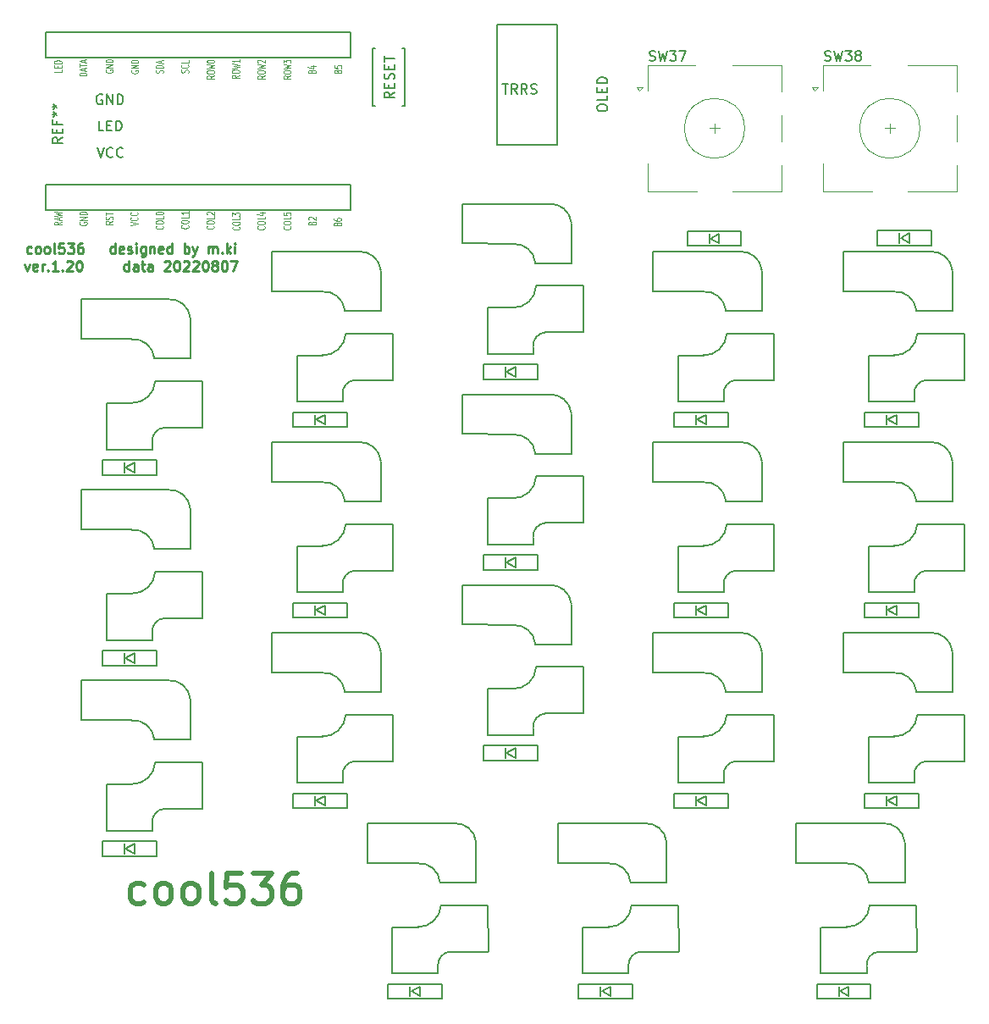
<source format=gto>
G04 #@! TF.GenerationSoftware,KiCad,Pcbnew,(5.1.6-0-10_14)*
G04 #@! TF.CreationDate,2022-08-07T23:17:33+09:00*
G04 #@! TF.ProjectId,cool536,636f6f6c-3533-4362-9e6b-696361645f70,rev?*
G04 #@! TF.SameCoordinates,Original*
G04 #@! TF.FileFunction,Legend,Top*
G04 #@! TF.FilePolarity,Positive*
%FSLAX46Y46*%
G04 Gerber Fmt 4.6, Leading zero omitted, Abs format (unit mm)*
G04 Created by KiCad (PCBNEW (5.1.6-0-10_14)) date 2022-08-07 23:17:33*
%MOMM*%
%LPD*%
G01*
G04 APERTURE LIST*
%ADD10C,0.250000*%
%ADD11C,0.500000*%
%ADD12C,0.150000*%
%ADD13C,0.120000*%
%ADD14C,0.125000*%
G04 APERTURE END LIST*
D10*
X39757619Y-56859761D02*
X39662380Y-56907380D01*
X39471904Y-56907380D01*
X39376666Y-56859761D01*
X39329047Y-56812142D01*
X39281428Y-56716904D01*
X39281428Y-56431190D01*
X39329047Y-56335952D01*
X39376666Y-56288333D01*
X39471904Y-56240714D01*
X39662380Y-56240714D01*
X39757619Y-56288333D01*
X40329047Y-56907380D02*
X40233809Y-56859761D01*
X40186190Y-56812142D01*
X40138571Y-56716904D01*
X40138571Y-56431190D01*
X40186190Y-56335952D01*
X40233809Y-56288333D01*
X40329047Y-56240714D01*
X40471904Y-56240714D01*
X40567142Y-56288333D01*
X40614761Y-56335952D01*
X40662380Y-56431190D01*
X40662380Y-56716904D01*
X40614761Y-56812142D01*
X40567142Y-56859761D01*
X40471904Y-56907380D01*
X40329047Y-56907380D01*
X41233809Y-56907380D02*
X41138571Y-56859761D01*
X41090952Y-56812142D01*
X41043333Y-56716904D01*
X41043333Y-56431190D01*
X41090952Y-56335952D01*
X41138571Y-56288333D01*
X41233809Y-56240714D01*
X41376666Y-56240714D01*
X41471904Y-56288333D01*
X41519523Y-56335952D01*
X41567142Y-56431190D01*
X41567142Y-56716904D01*
X41519523Y-56812142D01*
X41471904Y-56859761D01*
X41376666Y-56907380D01*
X41233809Y-56907380D01*
X42138571Y-56907380D02*
X42043333Y-56859761D01*
X41995714Y-56764523D01*
X41995714Y-55907380D01*
X42995714Y-55907380D02*
X42519523Y-55907380D01*
X42471904Y-56383571D01*
X42519523Y-56335952D01*
X42614761Y-56288333D01*
X42852857Y-56288333D01*
X42948095Y-56335952D01*
X42995714Y-56383571D01*
X43043333Y-56478809D01*
X43043333Y-56716904D01*
X42995714Y-56812142D01*
X42948095Y-56859761D01*
X42852857Y-56907380D01*
X42614761Y-56907380D01*
X42519523Y-56859761D01*
X42471904Y-56812142D01*
X43376666Y-55907380D02*
X43995714Y-55907380D01*
X43662380Y-56288333D01*
X43805238Y-56288333D01*
X43900476Y-56335952D01*
X43948095Y-56383571D01*
X43995714Y-56478809D01*
X43995714Y-56716904D01*
X43948095Y-56812142D01*
X43900476Y-56859761D01*
X43805238Y-56907380D01*
X43519523Y-56907380D01*
X43424285Y-56859761D01*
X43376666Y-56812142D01*
X44852857Y-55907380D02*
X44662380Y-55907380D01*
X44567142Y-55955000D01*
X44519523Y-56002619D01*
X44424285Y-56145476D01*
X44376666Y-56335952D01*
X44376666Y-56716904D01*
X44424285Y-56812142D01*
X44471904Y-56859761D01*
X44567142Y-56907380D01*
X44757619Y-56907380D01*
X44852857Y-56859761D01*
X44900476Y-56812142D01*
X44948095Y-56716904D01*
X44948095Y-56478809D01*
X44900476Y-56383571D01*
X44852857Y-56335952D01*
X44757619Y-56288333D01*
X44567142Y-56288333D01*
X44471904Y-56335952D01*
X44424285Y-56383571D01*
X44376666Y-56478809D01*
X48090952Y-56907380D02*
X48090952Y-55907380D01*
X48090952Y-56859761D02*
X47995714Y-56907380D01*
X47805238Y-56907380D01*
X47710000Y-56859761D01*
X47662380Y-56812142D01*
X47614761Y-56716904D01*
X47614761Y-56431190D01*
X47662380Y-56335952D01*
X47710000Y-56288333D01*
X47805238Y-56240714D01*
X47995714Y-56240714D01*
X48090952Y-56288333D01*
X48948095Y-56859761D02*
X48852857Y-56907380D01*
X48662380Y-56907380D01*
X48567142Y-56859761D01*
X48519523Y-56764523D01*
X48519523Y-56383571D01*
X48567142Y-56288333D01*
X48662380Y-56240714D01*
X48852857Y-56240714D01*
X48948095Y-56288333D01*
X48995714Y-56383571D01*
X48995714Y-56478809D01*
X48519523Y-56574047D01*
X49376666Y-56859761D02*
X49471904Y-56907380D01*
X49662380Y-56907380D01*
X49757619Y-56859761D01*
X49805238Y-56764523D01*
X49805238Y-56716904D01*
X49757619Y-56621666D01*
X49662380Y-56574047D01*
X49519523Y-56574047D01*
X49424285Y-56526428D01*
X49376666Y-56431190D01*
X49376666Y-56383571D01*
X49424285Y-56288333D01*
X49519523Y-56240714D01*
X49662380Y-56240714D01*
X49757619Y-56288333D01*
X50233809Y-56907380D02*
X50233809Y-56240714D01*
X50233809Y-55907380D02*
X50186190Y-55955000D01*
X50233809Y-56002619D01*
X50281428Y-55955000D01*
X50233809Y-55907380D01*
X50233809Y-56002619D01*
X51138571Y-56240714D02*
X51138571Y-57050238D01*
X51090952Y-57145476D01*
X51043333Y-57193095D01*
X50948095Y-57240714D01*
X50805238Y-57240714D01*
X50710000Y-57193095D01*
X51138571Y-56859761D02*
X51043333Y-56907380D01*
X50852857Y-56907380D01*
X50757619Y-56859761D01*
X50710000Y-56812142D01*
X50662380Y-56716904D01*
X50662380Y-56431190D01*
X50710000Y-56335952D01*
X50757619Y-56288333D01*
X50852857Y-56240714D01*
X51043333Y-56240714D01*
X51138571Y-56288333D01*
X51614761Y-56240714D02*
X51614761Y-56907380D01*
X51614761Y-56335952D02*
X51662380Y-56288333D01*
X51757619Y-56240714D01*
X51900476Y-56240714D01*
X51995714Y-56288333D01*
X52043333Y-56383571D01*
X52043333Y-56907380D01*
X52900476Y-56859761D02*
X52805238Y-56907380D01*
X52614761Y-56907380D01*
X52519523Y-56859761D01*
X52471904Y-56764523D01*
X52471904Y-56383571D01*
X52519523Y-56288333D01*
X52614761Y-56240714D01*
X52805238Y-56240714D01*
X52900476Y-56288333D01*
X52948095Y-56383571D01*
X52948095Y-56478809D01*
X52471904Y-56574047D01*
X53805238Y-56907380D02*
X53805238Y-55907380D01*
X53805238Y-56859761D02*
X53710000Y-56907380D01*
X53519523Y-56907380D01*
X53424285Y-56859761D01*
X53376666Y-56812142D01*
X53329047Y-56716904D01*
X53329047Y-56431190D01*
X53376666Y-56335952D01*
X53424285Y-56288333D01*
X53519523Y-56240714D01*
X53710000Y-56240714D01*
X53805238Y-56288333D01*
X55043333Y-56907380D02*
X55043333Y-55907380D01*
X55043333Y-56288333D02*
X55138571Y-56240714D01*
X55329047Y-56240714D01*
X55424285Y-56288333D01*
X55471904Y-56335952D01*
X55519523Y-56431190D01*
X55519523Y-56716904D01*
X55471904Y-56812142D01*
X55424285Y-56859761D01*
X55329047Y-56907380D01*
X55138571Y-56907380D01*
X55043333Y-56859761D01*
X55852857Y-56240714D02*
X56090952Y-56907380D01*
X56329047Y-56240714D02*
X56090952Y-56907380D01*
X55995714Y-57145476D01*
X55948095Y-57193095D01*
X55852857Y-57240714D01*
X57471904Y-56907380D02*
X57471904Y-56240714D01*
X57471904Y-56335952D02*
X57519523Y-56288333D01*
X57614761Y-56240714D01*
X57757619Y-56240714D01*
X57852857Y-56288333D01*
X57900476Y-56383571D01*
X57900476Y-56907380D01*
X57900476Y-56383571D02*
X57948095Y-56288333D01*
X58043333Y-56240714D01*
X58186190Y-56240714D01*
X58281428Y-56288333D01*
X58329047Y-56383571D01*
X58329047Y-56907380D01*
X58805238Y-56812142D02*
X58852857Y-56859761D01*
X58805238Y-56907380D01*
X58757619Y-56859761D01*
X58805238Y-56812142D01*
X58805238Y-56907380D01*
X59281428Y-56907380D02*
X59281428Y-55907380D01*
X59376666Y-56526428D02*
X59662380Y-56907380D01*
X59662380Y-56240714D02*
X59281428Y-56621666D01*
X60090952Y-56907380D02*
X60090952Y-56240714D01*
X60090952Y-55907380D02*
X60043333Y-55955000D01*
X60090952Y-56002619D01*
X60138571Y-55955000D01*
X60090952Y-55907380D01*
X60090952Y-56002619D01*
X39090952Y-57990714D02*
X39329047Y-58657380D01*
X39567142Y-57990714D01*
X40329047Y-58609761D02*
X40233809Y-58657380D01*
X40043333Y-58657380D01*
X39948095Y-58609761D01*
X39900476Y-58514523D01*
X39900476Y-58133571D01*
X39948095Y-58038333D01*
X40043333Y-57990714D01*
X40233809Y-57990714D01*
X40329047Y-58038333D01*
X40376666Y-58133571D01*
X40376666Y-58228809D01*
X39900476Y-58324047D01*
X40805238Y-58657380D02*
X40805238Y-57990714D01*
X40805238Y-58181190D02*
X40852857Y-58085952D01*
X40900476Y-58038333D01*
X40995714Y-57990714D01*
X41090952Y-57990714D01*
X41424285Y-58562142D02*
X41471904Y-58609761D01*
X41424285Y-58657380D01*
X41376666Y-58609761D01*
X41424285Y-58562142D01*
X41424285Y-58657380D01*
X42424285Y-58657380D02*
X41852857Y-58657380D01*
X42138571Y-58657380D02*
X42138571Y-57657380D01*
X42043333Y-57800238D01*
X41948095Y-57895476D01*
X41852857Y-57943095D01*
X42852857Y-58562142D02*
X42900476Y-58609761D01*
X42852857Y-58657380D01*
X42805238Y-58609761D01*
X42852857Y-58562142D01*
X42852857Y-58657380D01*
X43281428Y-57752619D02*
X43329047Y-57705000D01*
X43424285Y-57657380D01*
X43662380Y-57657380D01*
X43757619Y-57705000D01*
X43805238Y-57752619D01*
X43852857Y-57847857D01*
X43852857Y-57943095D01*
X43805238Y-58085952D01*
X43233809Y-58657380D01*
X43852857Y-58657380D01*
X44471904Y-57657380D02*
X44567142Y-57657380D01*
X44662380Y-57705000D01*
X44710000Y-57752619D01*
X44757619Y-57847857D01*
X44805238Y-58038333D01*
X44805238Y-58276428D01*
X44757619Y-58466904D01*
X44710000Y-58562142D01*
X44662380Y-58609761D01*
X44567142Y-58657380D01*
X44471904Y-58657380D01*
X44376666Y-58609761D01*
X44329047Y-58562142D01*
X44281428Y-58466904D01*
X44233809Y-58276428D01*
X44233809Y-58038333D01*
X44281428Y-57847857D01*
X44329047Y-57752619D01*
X44376666Y-57705000D01*
X44471904Y-57657380D01*
X49471904Y-58657380D02*
X49471904Y-57657380D01*
X49471904Y-58609761D02*
X49376666Y-58657380D01*
X49186190Y-58657380D01*
X49090952Y-58609761D01*
X49043333Y-58562142D01*
X48995714Y-58466904D01*
X48995714Y-58181190D01*
X49043333Y-58085952D01*
X49090952Y-58038333D01*
X49186190Y-57990714D01*
X49376666Y-57990714D01*
X49471904Y-58038333D01*
X50376666Y-58657380D02*
X50376666Y-58133571D01*
X50329047Y-58038333D01*
X50233809Y-57990714D01*
X50043333Y-57990714D01*
X49948095Y-58038333D01*
X50376666Y-58609761D02*
X50281428Y-58657380D01*
X50043333Y-58657380D01*
X49948095Y-58609761D01*
X49900476Y-58514523D01*
X49900476Y-58419285D01*
X49948095Y-58324047D01*
X50043333Y-58276428D01*
X50281428Y-58276428D01*
X50376666Y-58228809D01*
X50710000Y-57990714D02*
X51090952Y-57990714D01*
X50852857Y-57657380D02*
X50852857Y-58514523D01*
X50900476Y-58609761D01*
X50995714Y-58657380D01*
X51090952Y-58657380D01*
X51852857Y-58657380D02*
X51852857Y-58133571D01*
X51805238Y-58038333D01*
X51710000Y-57990714D01*
X51519523Y-57990714D01*
X51424285Y-58038333D01*
X51852857Y-58609761D02*
X51757619Y-58657380D01*
X51519523Y-58657380D01*
X51424285Y-58609761D01*
X51376666Y-58514523D01*
X51376666Y-58419285D01*
X51424285Y-58324047D01*
X51519523Y-58276428D01*
X51757619Y-58276428D01*
X51852857Y-58228809D01*
X53043333Y-57752619D02*
X53090952Y-57705000D01*
X53186190Y-57657380D01*
X53424285Y-57657380D01*
X53519523Y-57705000D01*
X53567142Y-57752619D01*
X53614761Y-57847857D01*
X53614761Y-57943095D01*
X53567142Y-58085952D01*
X52995714Y-58657380D01*
X53614761Y-58657380D01*
X54233809Y-57657380D02*
X54329047Y-57657380D01*
X54424285Y-57705000D01*
X54471904Y-57752619D01*
X54519523Y-57847857D01*
X54567142Y-58038333D01*
X54567142Y-58276428D01*
X54519523Y-58466904D01*
X54471904Y-58562142D01*
X54424285Y-58609761D01*
X54329047Y-58657380D01*
X54233809Y-58657380D01*
X54138571Y-58609761D01*
X54090952Y-58562142D01*
X54043333Y-58466904D01*
X53995714Y-58276428D01*
X53995714Y-58038333D01*
X54043333Y-57847857D01*
X54090952Y-57752619D01*
X54138571Y-57705000D01*
X54233809Y-57657380D01*
X54948095Y-57752619D02*
X54995714Y-57705000D01*
X55090952Y-57657380D01*
X55329047Y-57657380D01*
X55424285Y-57705000D01*
X55471904Y-57752619D01*
X55519523Y-57847857D01*
X55519523Y-57943095D01*
X55471904Y-58085952D01*
X54900476Y-58657380D01*
X55519523Y-58657380D01*
X55900476Y-57752619D02*
X55948095Y-57705000D01*
X56043333Y-57657380D01*
X56281428Y-57657380D01*
X56376666Y-57705000D01*
X56424285Y-57752619D01*
X56471904Y-57847857D01*
X56471904Y-57943095D01*
X56424285Y-58085952D01*
X55852857Y-58657380D01*
X56471904Y-58657380D01*
X57090952Y-57657380D02*
X57186190Y-57657380D01*
X57281428Y-57705000D01*
X57329047Y-57752619D01*
X57376666Y-57847857D01*
X57424285Y-58038333D01*
X57424285Y-58276428D01*
X57376666Y-58466904D01*
X57329047Y-58562142D01*
X57281428Y-58609761D01*
X57186190Y-58657380D01*
X57090952Y-58657380D01*
X56995714Y-58609761D01*
X56948095Y-58562142D01*
X56900476Y-58466904D01*
X56852857Y-58276428D01*
X56852857Y-58038333D01*
X56900476Y-57847857D01*
X56948095Y-57752619D01*
X56995714Y-57705000D01*
X57090952Y-57657380D01*
X57995714Y-58085952D02*
X57900476Y-58038333D01*
X57852857Y-57990714D01*
X57805238Y-57895476D01*
X57805238Y-57847857D01*
X57852857Y-57752619D01*
X57900476Y-57705000D01*
X57995714Y-57657380D01*
X58186190Y-57657380D01*
X58281428Y-57705000D01*
X58329047Y-57752619D01*
X58376666Y-57847857D01*
X58376666Y-57895476D01*
X58329047Y-57990714D01*
X58281428Y-58038333D01*
X58186190Y-58085952D01*
X57995714Y-58085952D01*
X57900476Y-58133571D01*
X57852857Y-58181190D01*
X57805238Y-58276428D01*
X57805238Y-58466904D01*
X57852857Y-58562142D01*
X57900476Y-58609761D01*
X57995714Y-58657380D01*
X58186190Y-58657380D01*
X58281428Y-58609761D01*
X58329047Y-58562142D01*
X58376666Y-58466904D01*
X58376666Y-58276428D01*
X58329047Y-58181190D01*
X58281428Y-58133571D01*
X58186190Y-58085952D01*
X58995714Y-57657380D02*
X59090952Y-57657380D01*
X59186190Y-57705000D01*
X59233809Y-57752619D01*
X59281428Y-57847857D01*
X59329047Y-58038333D01*
X59329047Y-58276428D01*
X59281428Y-58466904D01*
X59233809Y-58562142D01*
X59186190Y-58609761D01*
X59090952Y-58657380D01*
X58995714Y-58657380D01*
X58900476Y-58609761D01*
X58852857Y-58562142D01*
X58805238Y-58466904D01*
X58757619Y-58276428D01*
X58757619Y-58038333D01*
X58805238Y-57847857D01*
X58852857Y-57752619D01*
X58900476Y-57705000D01*
X58995714Y-57657380D01*
X59662380Y-57657380D02*
X60329047Y-57657380D01*
X59900476Y-58657380D01*
D11*
X51038571Y-121754285D02*
X50752857Y-121897142D01*
X50181428Y-121897142D01*
X49895714Y-121754285D01*
X49752857Y-121611428D01*
X49610000Y-121325714D01*
X49610000Y-120468571D01*
X49752857Y-120182857D01*
X49895714Y-120040000D01*
X50181428Y-119897142D01*
X50752857Y-119897142D01*
X51038571Y-120040000D01*
X52752857Y-121897142D02*
X52467142Y-121754285D01*
X52324285Y-121611428D01*
X52181428Y-121325714D01*
X52181428Y-120468571D01*
X52324285Y-120182857D01*
X52467142Y-120040000D01*
X52752857Y-119897142D01*
X53181428Y-119897142D01*
X53467142Y-120040000D01*
X53610000Y-120182857D01*
X53752857Y-120468571D01*
X53752857Y-121325714D01*
X53610000Y-121611428D01*
X53467142Y-121754285D01*
X53181428Y-121897142D01*
X52752857Y-121897142D01*
X55467142Y-121897142D02*
X55181428Y-121754285D01*
X55038571Y-121611428D01*
X54895714Y-121325714D01*
X54895714Y-120468571D01*
X55038571Y-120182857D01*
X55181428Y-120040000D01*
X55467142Y-119897142D01*
X55895714Y-119897142D01*
X56181428Y-120040000D01*
X56324285Y-120182857D01*
X56467142Y-120468571D01*
X56467142Y-121325714D01*
X56324285Y-121611428D01*
X56181428Y-121754285D01*
X55895714Y-121897142D01*
X55467142Y-121897142D01*
X58181428Y-121897142D02*
X57895714Y-121754285D01*
X57752857Y-121468571D01*
X57752857Y-118897142D01*
X60752857Y-118897142D02*
X59324285Y-118897142D01*
X59181428Y-120325714D01*
X59324285Y-120182857D01*
X59610000Y-120040000D01*
X60324285Y-120040000D01*
X60610000Y-120182857D01*
X60752857Y-120325714D01*
X60895714Y-120611428D01*
X60895714Y-121325714D01*
X60752857Y-121611428D01*
X60610000Y-121754285D01*
X60324285Y-121897142D01*
X59610000Y-121897142D01*
X59324285Y-121754285D01*
X59181428Y-121611428D01*
X61895714Y-118897142D02*
X63752857Y-118897142D01*
X62752857Y-120040000D01*
X63181428Y-120040000D01*
X63467142Y-120182857D01*
X63610000Y-120325714D01*
X63752857Y-120611428D01*
X63752857Y-121325714D01*
X63610000Y-121611428D01*
X63467142Y-121754285D01*
X63181428Y-121897142D01*
X62324285Y-121897142D01*
X62038571Y-121754285D01*
X61895714Y-121611428D01*
X66324285Y-118897142D02*
X65752857Y-118897142D01*
X65467142Y-119040000D01*
X65324285Y-119182857D01*
X65038571Y-119611428D01*
X64895714Y-120182857D01*
X64895714Y-121325714D01*
X65038571Y-121611428D01*
X65181428Y-121754285D01*
X65467142Y-121897142D01*
X66038571Y-121897142D01*
X66324285Y-121754285D01*
X66467142Y-121611428D01*
X66610000Y-121325714D01*
X66610000Y-120611428D01*
X66467142Y-120325714D01*
X66324285Y-120182857D01*
X66038571Y-120040000D01*
X65467142Y-120040000D01*
X65181428Y-120182857D01*
X65038571Y-120325714D01*
X64895714Y-120611428D01*
D12*
X89930000Y-104370000D02*
X89930000Y-105070000D01*
X94925000Y-98270000D02*
X94950000Y-102870000D01*
X85350000Y-100470000D02*
X85350000Y-105070000D01*
X91150000Y-102895000D02*
X94925000Y-102895000D01*
X90225000Y-98245000D02*
X94925000Y-98245000D01*
X85375000Y-100445000D02*
X87925000Y-100445000D01*
X85375000Y-105095000D02*
X89925000Y-105095000D01*
X82850000Y-94020000D02*
X87900000Y-94066000D01*
X82850000Y-93974000D02*
X82850000Y-90066000D01*
X82850000Y-90066000D02*
X91475000Y-90066000D01*
X93750000Y-92020000D02*
X93750000Y-95965000D01*
X93750000Y-95974000D02*
X90140000Y-95974000D01*
X89930000Y-104320000D02*
G75*
G02*
X91150000Y-102900000I1320000J100000D01*
G01*
X90220000Y-98270000D02*
G75*
G02*
X87850000Y-100440000I-2270000J100000D01*
G01*
X90135000Y-95950000D02*
G75*
G03*
X87875000Y-94070000I-2070000J-190000D01*
G01*
X93739000Y-91950000D02*
G75*
G03*
X91475000Y-90066000I-2074000J-190000D01*
G01*
X55650000Y-86449000D02*
X52040000Y-86449000D01*
X55650000Y-82495000D02*
X55650000Y-86440000D01*
X44750000Y-80541000D02*
X53375000Y-80541000D01*
X44750000Y-84449000D02*
X44750000Y-80541000D01*
X44750000Y-84495000D02*
X49800000Y-84541000D01*
X47275000Y-95570000D02*
X51825000Y-95570000D01*
X47275000Y-90920000D02*
X49825000Y-90920000D01*
X52125000Y-88720000D02*
X56825000Y-88720000D01*
X53050000Y-93370000D02*
X56825000Y-93370000D01*
X47250000Y-90945000D02*
X47250000Y-95545000D01*
X56825000Y-88745000D02*
X56850000Y-93345000D01*
X51830000Y-94845000D02*
X51830000Y-95545000D01*
X55639000Y-82425000D02*
G75*
G03*
X53375000Y-80541000I-2074000J-190000D01*
G01*
X52035000Y-86425000D02*
G75*
G03*
X49775000Y-84545000I-2070000J-190000D01*
G01*
X52120000Y-88745000D02*
G75*
G02*
X49750000Y-90915000I-2270000J100000D01*
G01*
X51830000Y-94795000D02*
G75*
G02*
X53050000Y-93375000I1320000J100000D01*
G01*
X70880000Y-90082500D02*
X70880000Y-90782500D01*
X75875000Y-83982500D02*
X75900000Y-88582500D01*
X66300000Y-86182500D02*
X66300000Y-90782500D01*
X72100000Y-88607500D02*
X75875000Y-88607500D01*
X71175000Y-83957500D02*
X75875000Y-83957500D01*
X66325000Y-86157500D02*
X68875000Y-86157500D01*
X66325000Y-90807500D02*
X70875000Y-90807500D01*
X63800000Y-79732500D02*
X68850000Y-79778500D01*
X63800000Y-79686500D02*
X63800000Y-75778500D01*
X63800000Y-75778500D02*
X72425000Y-75778500D01*
X74700000Y-77732500D02*
X74700000Y-81677500D01*
X74700000Y-81686500D02*
X71090000Y-81686500D01*
X70880000Y-90032500D02*
G75*
G02*
X72100000Y-88612500I1320000J100000D01*
G01*
X71170000Y-83982500D02*
G75*
G02*
X68800000Y-86152500I-2270000J100000D01*
G01*
X71085000Y-81662500D02*
G75*
G03*
X68825000Y-79782500I-2070000J-190000D01*
G01*
X74689000Y-77662500D02*
G75*
G03*
X72425000Y-75778500I-2074000J-190000D01*
G01*
X77060000Y-42140000D02*
X76810000Y-42140000D01*
X77060000Y-36440000D02*
X77060000Y-42140000D01*
X77060000Y-36440000D02*
X76810000Y-36440000D01*
X73860000Y-36440000D02*
X74110000Y-36440000D01*
X73860000Y-42140000D02*
X74110000Y-42140000D01*
X73860000Y-36440000D02*
X73860000Y-42140000D01*
X71300000Y-72782499D02*
X71300000Y-74282499D01*
X65900000Y-72782499D02*
X71300000Y-72782499D01*
X65900000Y-74282499D02*
X65900000Y-72782499D01*
X71300000Y-74282499D02*
X65900000Y-74282499D01*
X68100000Y-74032499D02*
X68100000Y-73032499D01*
X69100000Y-73032499D02*
X68200000Y-73532499D01*
X69100000Y-74032499D02*
X69100000Y-73032499D01*
X68200000Y-73532499D02*
X69100000Y-74032499D01*
X86350000Y-46070000D02*
X86350000Y-34070000D01*
X92350000Y-46070000D02*
X86350000Y-46070000D01*
X92350000Y-34070000D02*
X92350000Y-46070000D01*
X86350000Y-34070000D02*
X92350000Y-34070000D01*
X108980000Y-90082500D02*
X108980000Y-90782500D01*
X113975000Y-83982500D02*
X114000000Y-88582500D01*
X104400000Y-86182500D02*
X104400000Y-90782500D01*
X110200000Y-88607500D02*
X113975000Y-88607500D01*
X109275000Y-83957500D02*
X113975000Y-83957500D01*
X104425000Y-86157500D02*
X106975000Y-86157500D01*
X104425000Y-90807500D02*
X108975000Y-90807500D01*
X101900000Y-79732500D02*
X106950000Y-79778500D01*
X101900000Y-79686500D02*
X101900000Y-75778500D01*
X101900000Y-75778500D02*
X110525000Y-75778500D01*
X112800000Y-77732500D02*
X112800000Y-81677500D01*
X112800000Y-81686500D02*
X109190000Y-81686500D01*
X108980000Y-90032500D02*
G75*
G02*
X110200000Y-88612500I1320000J100000D01*
G01*
X109270000Y-83982500D02*
G75*
G02*
X106900000Y-86152500I-2270000J100000D01*
G01*
X109185000Y-81662500D02*
G75*
G03*
X106925000Y-79782500I-2070000J-190000D01*
G01*
X112789000Y-77662500D02*
G75*
G03*
X110525000Y-75778500I-2074000J-190000D01*
G01*
X103275000Y-119786500D02*
X99665000Y-119786500D01*
X103275000Y-115832500D02*
X103275000Y-119777500D01*
X92375000Y-113878500D02*
X101000000Y-113878500D01*
X92375000Y-117786500D02*
X92375000Y-113878500D01*
X92375000Y-117832500D02*
X97425000Y-117878500D01*
X94900000Y-128907500D02*
X99450000Y-128907500D01*
X94900000Y-124257500D02*
X97450000Y-124257500D01*
X99750000Y-122057500D02*
X104450000Y-122057500D01*
X100675000Y-126707500D02*
X104450000Y-126707500D01*
X94875000Y-124282500D02*
X94875000Y-128882500D01*
X104450000Y-122082500D02*
X104475000Y-126682500D01*
X99455000Y-128182500D02*
X99455000Y-128882500D01*
X103264000Y-115762500D02*
G75*
G03*
X101000000Y-113878500I-2074000J-190000D01*
G01*
X99660000Y-119762500D02*
G75*
G03*
X97400000Y-117882500I-2070000J-190000D01*
G01*
X99745000Y-122082500D02*
G75*
G02*
X97375000Y-124252500I-2270000J100000D01*
G01*
X99455000Y-128132500D02*
G75*
G02*
X100675000Y-126712500I1320000J100000D01*
G01*
X84225000Y-119786500D02*
X80615000Y-119786500D01*
X84225000Y-115832500D02*
X84225000Y-119777500D01*
X73325000Y-113878500D02*
X81950000Y-113878500D01*
X73325000Y-117786500D02*
X73325000Y-113878500D01*
X73325000Y-117832500D02*
X78375000Y-117878500D01*
X75850000Y-128907500D02*
X80400000Y-128907500D01*
X75850000Y-124257500D02*
X78400000Y-124257500D01*
X80700000Y-122057500D02*
X85400000Y-122057500D01*
X81625000Y-126707500D02*
X85400000Y-126707500D01*
X75825000Y-124282500D02*
X75825000Y-128882500D01*
X85400000Y-122082500D02*
X85425000Y-126682500D01*
X80405000Y-128182500D02*
X80405000Y-128882500D01*
X84214000Y-115762500D02*
G75*
G03*
X81950000Y-113878500I-2074000J-190000D01*
G01*
X80610000Y-119762500D02*
G75*
G03*
X78350000Y-117882500I-2070000J-190000D01*
G01*
X80695000Y-122082500D02*
G75*
G02*
X78325000Y-124252500I-2270000J100000D01*
G01*
X80405000Y-128132500D02*
G75*
G02*
X81625000Y-126712500I1320000J100000D01*
G01*
X128030000Y-109132500D02*
X128030000Y-109832500D01*
X133025000Y-103032500D02*
X133050000Y-107632500D01*
X123450000Y-105232500D02*
X123450000Y-109832500D01*
X129250000Y-107657500D02*
X133025000Y-107657500D01*
X128325000Y-103007500D02*
X133025000Y-103007500D01*
X123475000Y-105207500D02*
X126025000Y-105207500D01*
X123475000Y-109857500D02*
X128025000Y-109857500D01*
X120950000Y-98782500D02*
X126000000Y-98828500D01*
X120950000Y-98736500D02*
X120950000Y-94828500D01*
X120950000Y-94828500D02*
X129575000Y-94828500D01*
X131850000Y-96782500D02*
X131850000Y-100727500D01*
X131850000Y-100736500D02*
X128240000Y-100736500D01*
X128030000Y-109082500D02*
G75*
G02*
X129250000Y-107662500I1320000J100000D01*
G01*
X128320000Y-103032500D02*
G75*
G02*
X125950000Y-105202500I-2270000J100000D01*
G01*
X128235000Y-100712500D02*
G75*
G03*
X125975000Y-98832500I-2070000J-190000D01*
G01*
X131839000Y-96712500D02*
G75*
G03*
X129575000Y-94828500I-2074000J-190000D01*
G01*
X128030000Y-71032499D02*
X128030000Y-71732499D01*
X133025000Y-64932499D02*
X133050000Y-69532499D01*
X123450000Y-67132499D02*
X123450000Y-71732499D01*
X129250000Y-69557499D02*
X133025000Y-69557499D01*
X128325000Y-64907499D02*
X133025000Y-64907499D01*
X123475000Y-67107499D02*
X126025000Y-67107499D01*
X123475000Y-71757499D02*
X128025000Y-71757499D01*
X120950000Y-60682499D02*
X126000000Y-60728499D01*
X120950000Y-60636499D02*
X120950000Y-56728499D01*
X120950000Y-56728499D02*
X129575000Y-56728499D01*
X131850000Y-58682499D02*
X131850000Y-62627499D01*
X131850000Y-62636499D02*
X128240000Y-62636499D01*
X128030000Y-70982499D02*
G75*
G02*
X129250000Y-69562499I1320000J100000D01*
G01*
X128320000Y-64932499D02*
G75*
G02*
X125950000Y-67102499I-2270000J100000D01*
G01*
X128235000Y-62612499D02*
G75*
G03*
X125975000Y-60732499I-2070000J-190000D01*
G01*
X131839000Y-58612499D02*
G75*
G03*
X129575000Y-56728499I-2074000J-190000D01*
G01*
X74700000Y-100736500D02*
X71090000Y-100736500D01*
X74700000Y-96782500D02*
X74700000Y-100727500D01*
X63800000Y-94828500D02*
X72425000Y-94828500D01*
X63800000Y-98736500D02*
X63800000Y-94828500D01*
X63800000Y-98782500D02*
X68850000Y-98828500D01*
X66325000Y-109857500D02*
X70875000Y-109857500D01*
X66325000Y-105207500D02*
X68875000Y-105207500D01*
X71175000Y-103007500D02*
X75875000Y-103007500D01*
X72100000Y-107657500D02*
X75875000Y-107657500D01*
X66300000Y-105232500D02*
X66300000Y-109832500D01*
X75875000Y-103032500D02*
X75900000Y-107632500D01*
X70880000Y-109132500D02*
X70880000Y-109832500D01*
X74689000Y-96712500D02*
G75*
G03*
X72425000Y-94828500I-2074000J-190000D01*
G01*
X71085000Y-100712500D02*
G75*
G03*
X68825000Y-98832500I-2070000J-190000D01*
G01*
X71170000Y-103032500D02*
G75*
G02*
X68800000Y-105202500I-2270000J100000D01*
G01*
X70880000Y-109082500D02*
G75*
G02*
X72100000Y-107662500I1320000J100000D01*
G01*
X108980000Y-109132500D02*
X108980000Y-109832500D01*
X113975000Y-103032500D02*
X114000000Y-107632500D01*
X104400000Y-105232500D02*
X104400000Y-109832500D01*
X110200000Y-107657500D02*
X113975000Y-107657500D01*
X109275000Y-103007500D02*
X113975000Y-103007500D01*
X104425000Y-105207500D02*
X106975000Y-105207500D01*
X104425000Y-109857500D02*
X108975000Y-109857500D01*
X101900000Y-98782500D02*
X106950000Y-98828500D01*
X101900000Y-98736500D02*
X101900000Y-94828500D01*
X101900000Y-94828500D02*
X110525000Y-94828500D01*
X112800000Y-96782500D02*
X112800000Y-100727500D01*
X112800000Y-100736500D02*
X109190000Y-100736500D01*
X108980000Y-109082500D02*
G75*
G02*
X110200000Y-107662500I1320000J100000D01*
G01*
X109270000Y-103032500D02*
G75*
G02*
X106900000Y-105202500I-2270000J100000D01*
G01*
X109185000Y-100712500D02*
G75*
G03*
X106925000Y-98832500I-2070000J-190000D01*
G01*
X112789000Y-96712500D02*
G75*
G03*
X110525000Y-94828500I-2074000J-190000D01*
G01*
X128030000Y-90082500D02*
X128030000Y-90782500D01*
X133025000Y-83982500D02*
X133050000Y-88582500D01*
X123450000Y-86182500D02*
X123450000Y-90782500D01*
X129250000Y-88607500D02*
X133025000Y-88607500D01*
X128325000Y-83957500D02*
X133025000Y-83957500D01*
X123475000Y-86157500D02*
X126025000Y-86157500D01*
X123475000Y-90807500D02*
X128025000Y-90807500D01*
X120950000Y-79732500D02*
X126000000Y-79778500D01*
X120950000Y-79686500D02*
X120950000Y-75778500D01*
X120950000Y-75778500D02*
X129575000Y-75778500D01*
X131850000Y-77732500D02*
X131850000Y-81677500D01*
X131850000Y-81686500D02*
X128240000Y-81686500D01*
X128030000Y-90032500D02*
G75*
G02*
X129250000Y-88612500I1320000J100000D01*
G01*
X128320000Y-83982500D02*
G75*
G02*
X125950000Y-86152500I-2270000J100000D01*
G01*
X128235000Y-81662500D02*
G75*
G03*
X125975000Y-79782500I-2070000J-190000D01*
G01*
X131839000Y-77662500D02*
G75*
G03*
X129575000Y-75778500I-2074000J-190000D01*
G01*
X51830000Y-113895000D02*
X51830000Y-114595000D01*
X56825000Y-107795000D02*
X56850000Y-112395000D01*
X47250000Y-109995000D02*
X47250000Y-114595000D01*
X53050000Y-112420000D02*
X56825000Y-112420000D01*
X52125000Y-107770000D02*
X56825000Y-107770000D01*
X47275000Y-109970000D02*
X49825000Y-109970000D01*
X47275000Y-114620000D02*
X51825000Y-114620000D01*
X44750000Y-103545000D02*
X49800000Y-103591000D01*
X44750000Y-103499000D02*
X44750000Y-99591000D01*
X44750000Y-99591000D02*
X53375000Y-99591000D01*
X55650000Y-101545000D02*
X55650000Y-105490000D01*
X55650000Y-105499000D02*
X52040000Y-105499000D01*
X51830000Y-113845000D02*
G75*
G02*
X53050000Y-112425000I1320000J100000D01*
G01*
X52120000Y-107795000D02*
G75*
G02*
X49750000Y-109965000I-2270000J100000D01*
G01*
X52035000Y-105475000D02*
G75*
G03*
X49775000Y-103595000I-2070000J-190000D01*
G01*
X55639000Y-101475000D02*
G75*
G03*
X53375000Y-99591000I-2074000J-190000D01*
G01*
X89930000Y-85320000D02*
X89930000Y-86020000D01*
X94925000Y-79220000D02*
X94950000Y-83820000D01*
X85350000Y-81420000D02*
X85350000Y-86020000D01*
X91150000Y-83845000D02*
X94925000Y-83845000D01*
X90225000Y-79195000D02*
X94925000Y-79195000D01*
X85375000Y-81395000D02*
X87925000Y-81395000D01*
X85375000Y-86045000D02*
X89925000Y-86045000D01*
X82850000Y-74970000D02*
X87900000Y-75016000D01*
X82850000Y-74924000D02*
X82850000Y-71016000D01*
X82850000Y-71016000D02*
X91475000Y-71016000D01*
X93750000Y-72970000D02*
X93750000Y-76915000D01*
X93750000Y-76924000D02*
X90140000Y-76924000D01*
X89930000Y-85270000D02*
G75*
G02*
X91150000Y-83850000I1320000J100000D01*
G01*
X90220000Y-79220000D02*
G75*
G02*
X87850000Y-81390000I-2270000J100000D01*
G01*
X90135000Y-76900000D02*
G75*
G03*
X87875000Y-75020000I-2070000J-190000D01*
G01*
X93739000Y-72900000D02*
G75*
G03*
X91475000Y-71016000I-2074000J-190000D01*
G01*
X109400000Y-91832500D02*
X109400000Y-93332500D01*
X104000000Y-91832500D02*
X109400000Y-91832500D01*
X104000000Y-93332500D02*
X104000000Y-91832500D01*
X109400000Y-93332500D02*
X104000000Y-93332500D01*
X106200000Y-93082500D02*
X106200000Y-92082500D01*
X107200000Y-92082500D02*
X106300000Y-92582500D01*
X107200000Y-93082500D02*
X107200000Y-92082500D01*
X106300000Y-92582500D02*
X107200000Y-93082500D01*
X128450000Y-91832500D02*
X128450000Y-93332500D01*
X123050000Y-91832500D02*
X128450000Y-91832500D01*
X123050000Y-93332500D02*
X123050000Y-91832500D01*
X128450000Y-93332500D02*
X123050000Y-93332500D01*
X125250000Y-93082500D02*
X125250000Y-92082500D01*
X126250000Y-92082500D02*
X125350000Y-92582500D01*
X126250000Y-93082500D02*
X126250000Y-92082500D01*
X125350000Y-92582500D02*
X126250000Y-93082500D01*
X99875000Y-129932500D02*
X99875000Y-131432500D01*
X94475000Y-129932500D02*
X99875000Y-129932500D01*
X94475000Y-131432500D02*
X94475000Y-129932500D01*
X99875000Y-131432500D02*
X94475000Y-131432500D01*
X96675000Y-131182500D02*
X96675000Y-130182500D01*
X97675000Y-130182500D02*
X96775000Y-130682500D01*
X97675000Y-131182500D02*
X97675000Y-130182500D01*
X96775000Y-130682500D02*
X97675000Y-131182500D01*
X123688000Y-129932500D02*
X123688000Y-131432500D01*
X118288000Y-129932500D02*
X123688000Y-129932500D01*
X118288000Y-131432500D02*
X118288000Y-129932500D01*
X123688000Y-131432500D02*
X118288000Y-131432500D01*
X120488000Y-131182500D02*
X120488000Y-130182500D01*
X121488000Y-130182500D02*
X120588000Y-130682500D01*
X121488000Y-131182500D02*
X121488000Y-130182500D01*
X120588000Y-130682500D02*
X121488000Y-131182500D01*
X110720000Y-56170000D02*
X110720000Y-54670000D01*
X105320000Y-56170000D02*
X110720000Y-56170000D01*
X105320000Y-54670000D02*
X105320000Y-56170000D01*
X110720000Y-54670000D02*
X105320000Y-54670000D01*
X107520000Y-54920000D02*
X107520000Y-55920000D01*
X108520000Y-55920000D02*
X107620000Y-55420000D01*
X108520000Y-54920000D02*
X108520000Y-55920000D01*
X107620000Y-55420000D02*
X108520000Y-54920000D01*
X129760000Y-56150000D02*
X129760000Y-54650000D01*
X124360000Y-56150000D02*
X129760000Y-56150000D01*
X124360000Y-54650000D02*
X124360000Y-56150000D01*
X129760000Y-54650000D02*
X124360000Y-54650000D01*
X126560000Y-54900000D02*
X126560000Y-55900000D01*
X127560000Y-55900000D02*
X126660000Y-55400000D01*
X127560000Y-54900000D02*
X127560000Y-55900000D01*
X126660000Y-55400000D02*
X127560000Y-54900000D01*
D13*
X128590000Y-44410000D02*
G75*
G03*
X128590000Y-44410000I-3000000J0D01*
G01*
X127390000Y-38110000D02*
X132290000Y-38110000D01*
X132290000Y-50710000D02*
X127390000Y-50710000D01*
X123790000Y-50710000D02*
X118890000Y-50710000D01*
X118890000Y-50710000D02*
X118890000Y-47910000D01*
X123690000Y-38110000D02*
X118890000Y-38110000D01*
X118890000Y-38110000D02*
X118890000Y-40610000D01*
X118090000Y-40610000D02*
X117790000Y-40310000D01*
X117790000Y-40310000D02*
X118390000Y-40310000D01*
X118390000Y-40310000D02*
X118090000Y-40610000D01*
X132290000Y-38110000D02*
X132290000Y-40710000D01*
X132290000Y-43110000D02*
X132290000Y-45710000D01*
X132290000Y-48110000D02*
X132290000Y-50710000D01*
X125590000Y-43910000D02*
X125590000Y-44910000D01*
X125090000Y-44410000D02*
X126090000Y-44410000D01*
X111060000Y-44410000D02*
G75*
G03*
X111060000Y-44410000I-3000000J0D01*
G01*
X109860000Y-38110000D02*
X114760000Y-38110000D01*
X114760000Y-50710000D02*
X109860000Y-50710000D01*
X106260000Y-50710000D02*
X101360000Y-50710000D01*
X101360000Y-50710000D02*
X101360000Y-47910000D01*
X106160000Y-38110000D02*
X101360000Y-38110000D01*
X101360000Y-38110000D02*
X101360000Y-40610000D01*
X100560000Y-40610000D02*
X100260000Y-40310000D01*
X100260000Y-40310000D02*
X100860000Y-40310000D01*
X100860000Y-40310000D02*
X100560000Y-40610000D01*
X114760000Y-38110000D02*
X114760000Y-40710000D01*
X114760000Y-43110000D02*
X114760000Y-45710000D01*
X114760000Y-48110000D02*
X114760000Y-50710000D01*
X108060000Y-43910000D02*
X108060000Y-44910000D01*
X107560000Y-44410000D02*
X108560000Y-44410000D01*
D12*
X52250000Y-115645000D02*
X52250000Y-117145000D01*
X46850000Y-115645000D02*
X52250000Y-115645000D01*
X46850000Y-117145000D02*
X46850000Y-115645000D01*
X52250000Y-117145000D02*
X46850000Y-117145000D01*
X49050000Y-116895000D02*
X49050000Y-115895000D01*
X50050000Y-115895000D02*
X49150000Y-116395000D01*
X50050000Y-116895000D02*
X50050000Y-115895000D01*
X49150000Y-116395000D02*
X50050000Y-116895000D01*
X90350000Y-68020000D02*
X90350000Y-69520000D01*
X84950000Y-68020000D02*
X90350000Y-68020000D01*
X84950000Y-69520000D02*
X84950000Y-68020000D01*
X90350000Y-69520000D02*
X84950000Y-69520000D01*
X87150000Y-69270000D02*
X87150000Y-68270000D01*
X88150000Y-68270000D02*
X87250000Y-68770000D01*
X88150000Y-69270000D02*
X88150000Y-68270000D01*
X87250000Y-68770000D02*
X88150000Y-69270000D01*
X109400000Y-72782499D02*
X109400000Y-74282499D01*
X104000000Y-72782499D02*
X109400000Y-72782499D01*
X104000000Y-74282499D02*
X104000000Y-72782499D01*
X109400000Y-74282499D02*
X104000000Y-74282499D01*
X106200000Y-74032499D02*
X106200000Y-73032499D01*
X107200000Y-73032499D02*
X106300000Y-73532499D01*
X107200000Y-74032499D02*
X107200000Y-73032499D01*
X106300000Y-73532499D02*
X107200000Y-74032499D01*
X52250000Y-96595000D02*
X52250000Y-98095000D01*
X46850000Y-96595000D02*
X52250000Y-96595000D01*
X46850000Y-98095000D02*
X46850000Y-96595000D01*
X52250000Y-98095000D02*
X46850000Y-98095000D01*
X49050000Y-97845000D02*
X49050000Y-96845000D01*
X50050000Y-96845000D02*
X49150000Y-97345000D01*
X50050000Y-97845000D02*
X50050000Y-96845000D01*
X49150000Y-97345000D02*
X50050000Y-97845000D01*
X128450000Y-72782499D02*
X128450000Y-74282499D01*
X123050000Y-72782499D02*
X128450000Y-72782499D01*
X123050000Y-74282499D02*
X123050000Y-72782499D01*
X128450000Y-74282499D02*
X123050000Y-74282499D01*
X125250000Y-74032499D02*
X125250000Y-73032499D01*
X126250000Y-73032499D02*
X125350000Y-73532499D01*
X126250000Y-74032499D02*
X126250000Y-73032499D01*
X125350000Y-73532499D02*
X126250000Y-74032499D01*
X90350000Y-87070000D02*
X90350000Y-88570000D01*
X84950000Y-87070000D02*
X90350000Y-87070000D01*
X84950000Y-88570000D02*
X84950000Y-87070000D01*
X90350000Y-88570000D02*
X84950000Y-88570000D01*
X87150000Y-88320000D02*
X87150000Y-87320000D01*
X88150000Y-87320000D02*
X87250000Y-87820000D01*
X88150000Y-88320000D02*
X88150000Y-87320000D01*
X87250000Y-87820000D02*
X88150000Y-88320000D01*
X71300000Y-91832500D02*
X71300000Y-93332500D01*
X65900000Y-91832500D02*
X71300000Y-91832500D01*
X65900000Y-93332500D02*
X65900000Y-91832500D01*
X71300000Y-93332500D02*
X65900000Y-93332500D01*
X68100000Y-93082500D02*
X68100000Y-92082500D01*
X69100000Y-92082500D02*
X68200000Y-92582500D01*
X69100000Y-93082500D02*
X69100000Y-92082500D01*
X68200000Y-92582500D02*
X69100000Y-93082500D01*
X71300000Y-110882500D02*
X71300000Y-112382500D01*
X65900000Y-110882500D02*
X71300000Y-110882500D01*
X65900000Y-112382500D02*
X65900000Y-110882500D01*
X71300000Y-112382500D02*
X65900000Y-112382500D01*
X68100000Y-112132500D02*
X68100000Y-111132500D01*
X69100000Y-111132500D02*
X68200000Y-111632500D01*
X69100000Y-112132500D02*
X69100000Y-111132500D01*
X68200000Y-111632500D02*
X69100000Y-112132500D01*
X90350000Y-106120000D02*
X90350000Y-107620000D01*
X84950000Y-106120000D02*
X90350000Y-106120000D01*
X84950000Y-107620000D02*
X84950000Y-106120000D01*
X90350000Y-107620000D02*
X84950000Y-107620000D01*
X87150000Y-107370000D02*
X87150000Y-106370000D01*
X88150000Y-106370000D02*
X87250000Y-106870000D01*
X88150000Y-107370000D02*
X88150000Y-106370000D01*
X87250000Y-106870000D02*
X88150000Y-107370000D01*
X109400000Y-110882500D02*
X109400000Y-112382500D01*
X104000000Y-110882500D02*
X109400000Y-110882500D01*
X104000000Y-112382500D02*
X104000000Y-110882500D01*
X109400000Y-112382500D02*
X104000000Y-112382500D01*
X106200000Y-112132500D02*
X106200000Y-111132500D01*
X107200000Y-111132500D02*
X106300000Y-111632500D01*
X107200000Y-112132500D02*
X107200000Y-111132500D01*
X106300000Y-111632500D02*
X107200000Y-112132500D01*
X128450000Y-110882500D02*
X128450000Y-112382500D01*
X123050000Y-110882500D02*
X128450000Y-110882500D01*
X123050000Y-112382500D02*
X123050000Y-110882500D01*
X128450000Y-112382500D02*
X123050000Y-112382500D01*
X125250000Y-112132500D02*
X125250000Y-111132500D01*
X126250000Y-111132500D02*
X125350000Y-111632500D01*
X126250000Y-112132500D02*
X126250000Y-111132500D01*
X125350000Y-111632500D02*
X126250000Y-112132500D01*
X80825000Y-129932500D02*
X80825000Y-131432500D01*
X75425000Y-129932500D02*
X80825000Y-129932500D01*
X75425000Y-131432500D02*
X75425000Y-129932500D01*
X80825000Y-131432500D02*
X75425000Y-131432500D01*
X77625000Y-131182500D02*
X77625000Y-130182500D01*
X78625000Y-130182500D02*
X77725000Y-130682500D01*
X78625000Y-131182500D02*
X78625000Y-130182500D01*
X77725000Y-130682500D02*
X78625000Y-131182500D01*
X41152000Y-52543600D02*
X41152000Y-50003600D01*
X41152000Y-50003600D02*
X71632000Y-50003600D01*
X71632000Y-50003600D02*
X71632000Y-52543600D01*
X71632000Y-52543600D02*
X41152000Y-52543600D01*
X41152000Y-37323600D02*
X41152000Y-34783600D01*
X41152000Y-34783600D02*
X71632000Y-34783600D01*
X71632000Y-34783600D02*
X71632000Y-37323600D01*
X71632000Y-37323600D02*
X41152000Y-37323600D01*
X52250000Y-77545000D02*
X52250000Y-79045000D01*
X46850000Y-77545000D02*
X52250000Y-77545000D01*
X46850000Y-79045000D02*
X46850000Y-77545000D01*
X52250000Y-79045000D02*
X46850000Y-79045000D01*
X49050000Y-78795000D02*
X49050000Y-77795000D01*
X50050000Y-77795000D02*
X49150000Y-78295000D01*
X50050000Y-78795000D02*
X50050000Y-77795000D01*
X49150000Y-78295000D02*
X50050000Y-78795000D01*
X123268000Y-128182500D02*
X123268000Y-128882500D01*
X128263000Y-122082500D02*
X128288000Y-126682500D01*
X118688000Y-124282500D02*
X118688000Y-128882500D01*
X124488000Y-126707500D02*
X128263000Y-126707500D01*
X123563000Y-122057500D02*
X128263000Y-122057500D01*
X118713000Y-124257500D02*
X121263000Y-124257500D01*
X118713000Y-128907500D02*
X123263000Y-128907500D01*
X116188000Y-117832500D02*
X121238000Y-117878500D01*
X116188000Y-117786500D02*
X116188000Y-113878500D01*
X116188000Y-113878500D02*
X124813000Y-113878500D01*
X127088000Y-115832500D02*
X127088000Y-119777500D01*
X127088000Y-119786500D02*
X123478000Y-119786500D01*
X123268000Y-128132500D02*
G75*
G02*
X124488000Y-126712500I1320000J100000D01*
G01*
X123558000Y-122082500D02*
G75*
G02*
X121188000Y-124252500I-2270000J100000D01*
G01*
X123473000Y-119762500D02*
G75*
G03*
X121213000Y-117882500I-2070000J-190000D01*
G01*
X127077000Y-115762500D02*
G75*
G03*
X124813000Y-113878500I-2074000J-190000D01*
G01*
X74700000Y-62636499D02*
X71090000Y-62636499D01*
X74700000Y-58682499D02*
X74700000Y-62627499D01*
X63800000Y-56728499D02*
X72425000Y-56728499D01*
X63800000Y-60636499D02*
X63800000Y-56728499D01*
X63800000Y-60682499D02*
X68850000Y-60728499D01*
X66325000Y-71757499D02*
X70875000Y-71757499D01*
X66325000Y-67107499D02*
X68875000Y-67107499D01*
X71175000Y-64907499D02*
X75875000Y-64907499D01*
X72100000Y-69557499D02*
X75875000Y-69557499D01*
X66300000Y-67132499D02*
X66300000Y-71732499D01*
X75875000Y-64932499D02*
X75900000Y-69532499D01*
X70880000Y-71032499D02*
X70880000Y-71732499D01*
X74689000Y-58612499D02*
G75*
G03*
X72425000Y-56728499I-2074000J-190000D01*
G01*
X71085000Y-62612499D02*
G75*
G03*
X68825000Y-60732499I-2070000J-190000D01*
G01*
X71170000Y-64932499D02*
G75*
G02*
X68800000Y-67102499I-2270000J100000D01*
G01*
X70880000Y-70982499D02*
G75*
G02*
X72100000Y-69562499I1320000J100000D01*
G01*
X93750000Y-57874000D02*
X90140000Y-57874000D01*
X93750000Y-53920000D02*
X93750000Y-57865000D01*
X82850000Y-51966000D02*
X91475000Y-51966000D01*
X82850000Y-55874000D02*
X82850000Y-51966000D01*
X82850000Y-55920000D02*
X87900000Y-55966000D01*
X85375000Y-66995000D02*
X89925000Y-66995000D01*
X85375000Y-62345000D02*
X87925000Y-62345000D01*
X90225000Y-60145000D02*
X94925000Y-60145000D01*
X91150000Y-64795000D02*
X94925000Y-64795000D01*
X85350000Y-62370000D02*
X85350000Y-66970000D01*
X94925000Y-60170000D02*
X94950000Y-64770000D01*
X89930000Y-66270000D02*
X89930000Y-66970000D01*
X93739000Y-53850000D02*
G75*
G03*
X91475000Y-51966000I-2074000J-190000D01*
G01*
X90135000Y-57850000D02*
G75*
G03*
X87875000Y-55970000I-2070000J-190000D01*
G01*
X90220000Y-60170000D02*
G75*
G02*
X87850000Y-62340000I-2270000J100000D01*
G01*
X89930000Y-66220000D02*
G75*
G02*
X91150000Y-64800000I1320000J100000D01*
G01*
X112800000Y-62636499D02*
X109190000Y-62636499D01*
X112800000Y-58682499D02*
X112800000Y-62627499D01*
X101900000Y-56728499D02*
X110525000Y-56728499D01*
X101900000Y-60636499D02*
X101900000Y-56728499D01*
X101900000Y-60682499D02*
X106950000Y-60728499D01*
X104425000Y-71757499D02*
X108975000Y-71757499D01*
X104425000Y-67107499D02*
X106975000Y-67107499D01*
X109275000Y-64907499D02*
X113975000Y-64907499D01*
X110200000Y-69557499D02*
X113975000Y-69557499D01*
X104400000Y-67132499D02*
X104400000Y-71732499D01*
X113975000Y-64932499D02*
X114000000Y-69532499D01*
X108980000Y-71032499D02*
X108980000Y-71732499D01*
X112789000Y-58612499D02*
G75*
G03*
X110525000Y-56728499I-2074000J-190000D01*
G01*
X109185000Y-62612499D02*
G75*
G03*
X106925000Y-60732499I-2070000J-190000D01*
G01*
X109270000Y-64932499D02*
G75*
G02*
X106900000Y-67102499I-2270000J100000D01*
G01*
X108980000Y-70982499D02*
G75*
G02*
X110200000Y-69562499I1320000J100000D01*
G01*
X55650000Y-67399000D02*
X52040000Y-67399000D01*
X55650000Y-63445000D02*
X55650000Y-67390000D01*
X44750000Y-61491000D02*
X53375000Y-61491000D01*
X44750000Y-65399000D02*
X44750000Y-61491000D01*
X44750000Y-65445000D02*
X49800000Y-65491000D01*
X47275000Y-76520000D02*
X51825000Y-76520000D01*
X47275000Y-71870000D02*
X49825000Y-71870000D01*
X52125000Y-69670000D02*
X56825000Y-69670000D01*
X53050000Y-74320000D02*
X56825000Y-74320000D01*
X47250000Y-71895000D02*
X47250000Y-76495000D01*
X56825000Y-69695000D02*
X56850000Y-74295000D01*
X51830000Y-75795000D02*
X51830000Y-76495000D01*
X55639000Y-63375000D02*
G75*
G03*
X53375000Y-61491000I-2074000J-190000D01*
G01*
X52035000Y-67375000D02*
G75*
G03*
X49775000Y-65495000I-2070000J-190000D01*
G01*
X52120000Y-69695000D02*
G75*
G02*
X49750000Y-71865000I-2270000J100000D01*
G01*
X51830000Y-75745000D02*
G75*
G02*
X53050000Y-74325000I1320000J100000D01*
G01*
X42838580Y-45323333D02*
X42362390Y-45656666D01*
X42838580Y-45894761D02*
X41838580Y-45894761D01*
X41838580Y-45513809D01*
X41886200Y-45418571D01*
X41933819Y-45370952D01*
X42029057Y-45323333D01*
X42171914Y-45323333D01*
X42267152Y-45370952D01*
X42314771Y-45418571D01*
X42362390Y-45513809D01*
X42362390Y-45894761D01*
X42314771Y-44894761D02*
X42314771Y-44561428D01*
X42838580Y-44418571D02*
X42838580Y-44894761D01*
X41838580Y-44894761D01*
X41838580Y-44418571D01*
X42314771Y-43656666D02*
X42314771Y-43990000D01*
X42838580Y-43990000D02*
X41838580Y-43990000D01*
X41838580Y-43513809D01*
X41838580Y-42990000D02*
X42076676Y-42990000D01*
X41981438Y-43228095D02*
X42076676Y-42990000D01*
X41981438Y-42751904D01*
X42267152Y-43132857D02*
X42076676Y-42990000D01*
X42267152Y-42847142D01*
X41838580Y-42228095D02*
X42076676Y-42228095D01*
X41981438Y-42466190D02*
X42076676Y-42228095D01*
X41981438Y-41990000D01*
X42267152Y-42370952D02*
X42076676Y-42228095D01*
X42267152Y-42085238D01*
X76032380Y-40782380D02*
X75556190Y-41115714D01*
X76032380Y-41353809D02*
X75032380Y-41353809D01*
X75032380Y-40972857D01*
X75080000Y-40877619D01*
X75127619Y-40830000D01*
X75222857Y-40782380D01*
X75365714Y-40782380D01*
X75460952Y-40830000D01*
X75508571Y-40877619D01*
X75556190Y-40972857D01*
X75556190Y-41353809D01*
X75508571Y-40353809D02*
X75508571Y-40020476D01*
X76032380Y-39877619D02*
X76032380Y-40353809D01*
X75032380Y-40353809D01*
X75032380Y-39877619D01*
X75984761Y-39496666D02*
X76032380Y-39353809D01*
X76032380Y-39115714D01*
X75984761Y-39020476D01*
X75937142Y-38972857D01*
X75841904Y-38925238D01*
X75746666Y-38925238D01*
X75651428Y-38972857D01*
X75603809Y-39020476D01*
X75556190Y-39115714D01*
X75508571Y-39306190D01*
X75460952Y-39401428D01*
X75413333Y-39449047D01*
X75318095Y-39496666D01*
X75222857Y-39496666D01*
X75127619Y-39449047D01*
X75080000Y-39401428D01*
X75032380Y-39306190D01*
X75032380Y-39068095D01*
X75080000Y-38925238D01*
X75508571Y-38496666D02*
X75508571Y-38163333D01*
X76032380Y-38020476D02*
X76032380Y-38496666D01*
X75032380Y-38496666D01*
X75032380Y-38020476D01*
X75032380Y-37734761D02*
X75032380Y-37163333D01*
X76032380Y-37449047D02*
X75032380Y-37449047D01*
X86838095Y-39972380D02*
X87409523Y-39972380D01*
X87123809Y-40972380D02*
X87123809Y-39972380D01*
X88314285Y-40972380D02*
X87980952Y-40496190D01*
X87742857Y-40972380D02*
X87742857Y-39972380D01*
X88123809Y-39972380D01*
X88219047Y-40020000D01*
X88266666Y-40067619D01*
X88314285Y-40162857D01*
X88314285Y-40305714D01*
X88266666Y-40400952D01*
X88219047Y-40448571D01*
X88123809Y-40496190D01*
X87742857Y-40496190D01*
X89314285Y-40972380D02*
X88980952Y-40496190D01*
X88742857Y-40972380D02*
X88742857Y-39972380D01*
X89123809Y-39972380D01*
X89219047Y-40020000D01*
X89266666Y-40067619D01*
X89314285Y-40162857D01*
X89314285Y-40305714D01*
X89266666Y-40400952D01*
X89219047Y-40448571D01*
X89123809Y-40496190D01*
X88742857Y-40496190D01*
X89695238Y-40924761D02*
X89838095Y-40972380D01*
X90076190Y-40972380D01*
X90171428Y-40924761D01*
X90219047Y-40877142D01*
X90266666Y-40781904D01*
X90266666Y-40686666D01*
X90219047Y-40591428D01*
X90171428Y-40543809D01*
X90076190Y-40496190D01*
X89885714Y-40448571D01*
X89790476Y-40400952D01*
X89742857Y-40353333D01*
X89695238Y-40258095D01*
X89695238Y-40162857D01*
X89742857Y-40067619D01*
X89790476Y-40020000D01*
X89885714Y-39972380D01*
X90123809Y-39972380D01*
X90266666Y-40020000D01*
X119080476Y-37614761D02*
X119223333Y-37662380D01*
X119461428Y-37662380D01*
X119556666Y-37614761D01*
X119604285Y-37567142D01*
X119651904Y-37471904D01*
X119651904Y-37376666D01*
X119604285Y-37281428D01*
X119556666Y-37233809D01*
X119461428Y-37186190D01*
X119270952Y-37138571D01*
X119175714Y-37090952D01*
X119128095Y-37043333D01*
X119080476Y-36948095D01*
X119080476Y-36852857D01*
X119128095Y-36757619D01*
X119175714Y-36710000D01*
X119270952Y-36662380D01*
X119509047Y-36662380D01*
X119651904Y-36710000D01*
X119985238Y-36662380D02*
X120223333Y-37662380D01*
X120413809Y-36948095D01*
X120604285Y-37662380D01*
X120842380Y-36662380D01*
X121128095Y-36662380D02*
X121747142Y-36662380D01*
X121413809Y-37043333D01*
X121556666Y-37043333D01*
X121651904Y-37090952D01*
X121699523Y-37138571D01*
X121747142Y-37233809D01*
X121747142Y-37471904D01*
X121699523Y-37567142D01*
X121651904Y-37614761D01*
X121556666Y-37662380D01*
X121270952Y-37662380D01*
X121175714Y-37614761D01*
X121128095Y-37567142D01*
X122318571Y-37090952D02*
X122223333Y-37043333D01*
X122175714Y-36995714D01*
X122128095Y-36900476D01*
X122128095Y-36852857D01*
X122175714Y-36757619D01*
X122223333Y-36710000D01*
X122318571Y-36662380D01*
X122509047Y-36662380D01*
X122604285Y-36710000D01*
X122651904Y-36757619D01*
X122699523Y-36852857D01*
X122699523Y-36900476D01*
X122651904Y-36995714D01*
X122604285Y-37043333D01*
X122509047Y-37090952D01*
X122318571Y-37090952D01*
X122223333Y-37138571D01*
X122175714Y-37186190D01*
X122128095Y-37281428D01*
X122128095Y-37471904D01*
X122175714Y-37567142D01*
X122223333Y-37614761D01*
X122318571Y-37662380D01*
X122509047Y-37662380D01*
X122604285Y-37614761D01*
X122651904Y-37567142D01*
X122699523Y-37471904D01*
X122699523Y-37281428D01*
X122651904Y-37186190D01*
X122604285Y-37138571D01*
X122509047Y-37090952D01*
X101550476Y-37614761D02*
X101693333Y-37662380D01*
X101931428Y-37662380D01*
X102026666Y-37614761D01*
X102074285Y-37567142D01*
X102121904Y-37471904D01*
X102121904Y-37376666D01*
X102074285Y-37281428D01*
X102026666Y-37233809D01*
X101931428Y-37186190D01*
X101740952Y-37138571D01*
X101645714Y-37090952D01*
X101598095Y-37043333D01*
X101550476Y-36948095D01*
X101550476Y-36852857D01*
X101598095Y-36757619D01*
X101645714Y-36710000D01*
X101740952Y-36662380D01*
X101979047Y-36662380D01*
X102121904Y-36710000D01*
X102455238Y-36662380D02*
X102693333Y-37662380D01*
X102883809Y-36948095D01*
X103074285Y-37662380D01*
X103312380Y-36662380D01*
X103598095Y-36662380D02*
X104217142Y-36662380D01*
X103883809Y-37043333D01*
X104026666Y-37043333D01*
X104121904Y-37090952D01*
X104169523Y-37138571D01*
X104217142Y-37233809D01*
X104217142Y-37471904D01*
X104169523Y-37567142D01*
X104121904Y-37614761D01*
X104026666Y-37662380D01*
X103740952Y-37662380D01*
X103645714Y-37614761D01*
X103598095Y-37567142D01*
X104550476Y-36662380D02*
X105217142Y-36662380D01*
X104788571Y-37662380D01*
X46828095Y-41070000D02*
X46732857Y-41022380D01*
X46590000Y-41022380D01*
X46447142Y-41070000D01*
X46351904Y-41165238D01*
X46304285Y-41260476D01*
X46256666Y-41450952D01*
X46256666Y-41593809D01*
X46304285Y-41784285D01*
X46351904Y-41879523D01*
X46447142Y-41974761D01*
X46590000Y-42022380D01*
X46685238Y-42022380D01*
X46828095Y-41974761D01*
X46875714Y-41927142D01*
X46875714Y-41593809D01*
X46685238Y-41593809D01*
X47304285Y-42022380D02*
X47304285Y-41022380D01*
X47875714Y-42022380D01*
X47875714Y-41022380D01*
X48351904Y-42022380D02*
X48351904Y-41022380D01*
X48590000Y-41022380D01*
X48732857Y-41070000D01*
X48828095Y-41165238D01*
X48875714Y-41260476D01*
X48923333Y-41450952D01*
X48923333Y-41593809D01*
X48875714Y-41784285D01*
X48828095Y-41879523D01*
X48732857Y-41974761D01*
X48590000Y-42022380D01*
X48351904Y-42022380D01*
X46957142Y-44662380D02*
X46480952Y-44662380D01*
X46480952Y-43662380D01*
X47290476Y-44138571D02*
X47623809Y-44138571D01*
X47766666Y-44662380D02*
X47290476Y-44662380D01*
X47290476Y-43662380D01*
X47766666Y-43662380D01*
X48195238Y-44662380D02*
X48195238Y-43662380D01*
X48433333Y-43662380D01*
X48576190Y-43710000D01*
X48671428Y-43805238D01*
X48719047Y-43900476D01*
X48766666Y-44090952D01*
X48766666Y-44233809D01*
X48719047Y-44424285D01*
X48671428Y-44519523D01*
X48576190Y-44614761D01*
X48433333Y-44662380D01*
X48195238Y-44662380D01*
X46316666Y-46332380D02*
X46650000Y-47332380D01*
X46983333Y-46332380D01*
X47888095Y-47237142D02*
X47840476Y-47284761D01*
X47697619Y-47332380D01*
X47602380Y-47332380D01*
X47459523Y-47284761D01*
X47364285Y-47189523D01*
X47316666Y-47094285D01*
X47269047Y-46903809D01*
X47269047Y-46760952D01*
X47316666Y-46570476D01*
X47364285Y-46475238D01*
X47459523Y-46380000D01*
X47602380Y-46332380D01*
X47697619Y-46332380D01*
X47840476Y-46380000D01*
X47888095Y-46427619D01*
X48888095Y-47237142D02*
X48840476Y-47284761D01*
X48697619Y-47332380D01*
X48602380Y-47332380D01*
X48459523Y-47284761D01*
X48364285Y-47189523D01*
X48316666Y-47094285D01*
X48269047Y-46903809D01*
X48269047Y-46760952D01*
X48316666Y-46570476D01*
X48364285Y-46475238D01*
X48459523Y-46380000D01*
X48602380Y-46332380D01*
X48697619Y-46332380D01*
X48840476Y-46380000D01*
X48888095Y-46427619D01*
X96332380Y-42462380D02*
X96332380Y-42271904D01*
X96380000Y-42176666D01*
X96475238Y-42081428D01*
X96665714Y-42033809D01*
X96999047Y-42033809D01*
X97189523Y-42081428D01*
X97284761Y-42176666D01*
X97332380Y-42271904D01*
X97332380Y-42462380D01*
X97284761Y-42557619D01*
X97189523Y-42652857D01*
X96999047Y-42700476D01*
X96665714Y-42700476D01*
X96475238Y-42652857D01*
X96380000Y-42557619D01*
X96332380Y-42462380D01*
X97332380Y-41129047D02*
X97332380Y-41605238D01*
X96332380Y-41605238D01*
X96808571Y-40795714D02*
X96808571Y-40462380D01*
X97332380Y-40319523D02*
X97332380Y-40795714D01*
X96332380Y-40795714D01*
X96332380Y-40319523D01*
X97332380Y-39890952D02*
X96332380Y-39890952D01*
X96332380Y-39652857D01*
X96380000Y-39510000D01*
X96475238Y-39414761D01*
X96570476Y-39367142D01*
X96760952Y-39319523D01*
X96903809Y-39319523D01*
X97094285Y-39367142D01*
X97189523Y-39414761D01*
X97284761Y-39510000D01*
X97332380Y-39652857D01*
X97332380Y-39890952D01*
D14*
X42761285Y-53770738D02*
X42404142Y-53937404D01*
X42761285Y-54056452D02*
X42011285Y-54056452D01*
X42011285Y-53865976D01*
X42047000Y-53818357D01*
X42082714Y-53794547D01*
X42154142Y-53770738D01*
X42261285Y-53770738D01*
X42332714Y-53794547D01*
X42368428Y-53818357D01*
X42404142Y-53865976D01*
X42404142Y-54056452D01*
X42547000Y-53580261D02*
X42547000Y-53342166D01*
X42761285Y-53627880D02*
X42011285Y-53461214D01*
X42761285Y-53294547D01*
X42011285Y-53175500D02*
X42761285Y-53056452D01*
X42225571Y-52961214D01*
X42761285Y-52865976D01*
X42011285Y-52746928D01*
X42761285Y-38531428D02*
X42761285Y-38769523D01*
X42011285Y-38769523D01*
X42368428Y-38364761D02*
X42368428Y-38198095D01*
X42761285Y-38126666D02*
X42761285Y-38364761D01*
X42011285Y-38364761D01*
X42011285Y-38126666D01*
X42761285Y-37912380D02*
X42011285Y-37912380D01*
X42011285Y-37793333D01*
X42047000Y-37721904D01*
X42118428Y-37674285D01*
X42189857Y-37650476D01*
X42332714Y-37626666D01*
X42439857Y-37626666D01*
X42582714Y-37650476D01*
X42654142Y-37674285D01*
X42725571Y-37721904D01*
X42761285Y-37793333D01*
X42761285Y-37912380D01*
X44587000Y-53806452D02*
X44551285Y-53854071D01*
X44551285Y-53925500D01*
X44587000Y-53996928D01*
X44658428Y-54044547D01*
X44729857Y-54068357D01*
X44872714Y-54092166D01*
X44979857Y-54092166D01*
X45122714Y-54068357D01*
X45194142Y-54044547D01*
X45265571Y-53996928D01*
X45301285Y-53925500D01*
X45301285Y-53877880D01*
X45265571Y-53806452D01*
X45229857Y-53782642D01*
X44979857Y-53782642D01*
X44979857Y-53877880D01*
X45301285Y-53568357D02*
X44551285Y-53568357D01*
X45301285Y-53282642D01*
X44551285Y-53282642D01*
X45301285Y-53044547D02*
X44551285Y-53044547D01*
X44551285Y-52925500D01*
X44587000Y-52854071D01*
X44658428Y-52806452D01*
X44729857Y-52782642D01*
X44872714Y-52758833D01*
X44979857Y-52758833D01*
X45122714Y-52782642D01*
X45194142Y-52806452D01*
X45265571Y-52854071D01*
X45301285Y-52925500D01*
X45301285Y-53044547D01*
X45289285Y-39110000D02*
X44539285Y-39110000D01*
X44539285Y-38990952D01*
X44575000Y-38919523D01*
X44646428Y-38871904D01*
X44717857Y-38848095D01*
X44860714Y-38824285D01*
X44967857Y-38824285D01*
X45110714Y-38848095D01*
X45182142Y-38871904D01*
X45253571Y-38919523D01*
X45289285Y-38990952D01*
X45289285Y-39110000D01*
X45075000Y-38633809D02*
X45075000Y-38395714D01*
X45289285Y-38681428D02*
X44539285Y-38514761D01*
X45289285Y-38348095D01*
X44539285Y-38252857D02*
X44539285Y-37967142D01*
X45289285Y-38110000D02*
X44539285Y-38110000D01*
X45075000Y-37824285D02*
X45075000Y-37586190D01*
X45289285Y-37871904D02*
X44539285Y-37705238D01*
X45289285Y-37538571D01*
X47904785Y-53699309D02*
X47547642Y-53865976D01*
X47904785Y-53985023D02*
X47154785Y-53985023D01*
X47154785Y-53794547D01*
X47190500Y-53746928D01*
X47226214Y-53723119D01*
X47297642Y-53699309D01*
X47404785Y-53699309D01*
X47476214Y-53723119D01*
X47511928Y-53746928D01*
X47547642Y-53794547D01*
X47547642Y-53985023D01*
X47869071Y-53508833D02*
X47904785Y-53437404D01*
X47904785Y-53318357D01*
X47869071Y-53270738D01*
X47833357Y-53246928D01*
X47761928Y-53223119D01*
X47690500Y-53223119D01*
X47619071Y-53246928D01*
X47583357Y-53270738D01*
X47547642Y-53318357D01*
X47511928Y-53413595D01*
X47476214Y-53461214D01*
X47440500Y-53485023D01*
X47369071Y-53508833D01*
X47297642Y-53508833D01*
X47226214Y-53485023D01*
X47190500Y-53461214D01*
X47154785Y-53413595D01*
X47154785Y-53294547D01*
X47190500Y-53223119D01*
X47154785Y-53080261D02*
X47154785Y-52794547D01*
X47904785Y-52937404D02*
X47154785Y-52937404D01*
X47190500Y-38566452D02*
X47154785Y-38614071D01*
X47154785Y-38685500D01*
X47190500Y-38756928D01*
X47261928Y-38804547D01*
X47333357Y-38828357D01*
X47476214Y-38852166D01*
X47583357Y-38852166D01*
X47726214Y-38828357D01*
X47797642Y-38804547D01*
X47869071Y-38756928D01*
X47904785Y-38685500D01*
X47904785Y-38637880D01*
X47869071Y-38566452D01*
X47833357Y-38542642D01*
X47583357Y-38542642D01*
X47583357Y-38637880D01*
X47904785Y-38328357D02*
X47154785Y-38328357D01*
X47904785Y-38042642D01*
X47154785Y-38042642D01*
X47904785Y-37804547D02*
X47154785Y-37804547D01*
X47154785Y-37685500D01*
X47190500Y-37614071D01*
X47261928Y-37566452D01*
X47333357Y-37542642D01*
X47476214Y-37518833D01*
X47583357Y-37518833D01*
X47726214Y-37542642D01*
X47797642Y-37566452D01*
X47869071Y-37614071D01*
X47904785Y-37685500D01*
X47904785Y-37804547D01*
X49631285Y-54092166D02*
X50381285Y-53925500D01*
X49631285Y-53758833D01*
X50309857Y-53306452D02*
X50345571Y-53330261D01*
X50381285Y-53401690D01*
X50381285Y-53449309D01*
X50345571Y-53520738D01*
X50274142Y-53568357D01*
X50202714Y-53592166D01*
X50059857Y-53615976D01*
X49952714Y-53615976D01*
X49809857Y-53592166D01*
X49738428Y-53568357D01*
X49667000Y-53520738D01*
X49631285Y-53449309D01*
X49631285Y-53401690D01*
X49667000Y-53330261D01*
X49702714Y-53306452D01*
X50309857Y-52806452D02*
X50345571Y-52830261D01*
X50381285Y-52901690D01*
X50381285Y-52949309D01*
X50345571Y-53020738D01*
X50274142Y-53068357D01*
X50202714Y-53092166D01*
X50059857Y-53115976D01*
X49952714Y-53115976D01*
X49809857Y-53092166D01*
X49738428Y-53068357D01*
X49667000Y-53020738D01*
X49631285Y-52949309D01*
X49631285Y-52901690D01*
X49667000Y-52830261D01*
X49702714Y-52806452D01*
X49730500Y-38629952D02*
X49694785Y-38677571D01*
X49694785Y-38749000D01*
X49730500Y-38820428D01*
X49801928Y-38868047D01*
X49873357Y-38891857D01*
X50016214Y-38915666D01*
X50123357Y-38915666D01*
X50266214Y-38891857D01*
X50337642Y-38868047D01*
X50409071Y-38820428D01*
X50444785Y-38749000D01*
X50444785Y-38701380D01*
X50409071Y-38629952D01*
X50373357Y-38606142D01*
X50123357Y-38606142D01*
X50123357Y-38701380D01*
X50444785Y-38391857D02*
X49694785Y-38391857D01*
X50444785Y-38106142D01*
X49694785Y-38106142D01*
X50444785Y-37868047D02*
X49694785Y-37868047D01*
X49694785Y-37749000D01*
X49730500Y-37677571D01*
X49801928Y-37629952D01*
X49873357Y-37606142D01*
X50016214Y-37582333D01*
X50123357Y-37582333D01*
X50266214Y-37606142D01*
X50337642Y-37629952D01*
X50409071Y-37677571D01*
X50444785Y-37749000D01*
X50444785Y-37868047D01*
X60517857Y-54257619D02*
X60553571Y-54281428D01*
X60589285Y-54352857D01*
X60589285Y-54400476D01*
X60553571Y-54471904D01*
X60482142Y-54519523D01*
X60410714Y-54543333D01*
X60267857Y-54567142D01*
X60160714Y-54567142D01*
X60017857Y-54543333D01*
X59946428Y-54519523D01*
X59875000Y-54471904D01*
X59839285Y-54400476D01*
X59839285Y-54352857D01*
X59875000Y-54281428D01*
X59910714Y-54257619D01*
X59839285Y-53948095D02*
X59839285Y-53852857D01*
X59875000Y-53805238D01*
X59946428Y-53757619D01*
X60089285Y-53733809D01*
X60339285Y-53733809D01*
X60482142Y-53757619D01*
X60553571Y-53805238D01*
X60589285Y-53852857D01*
X60589285Y-53948095D01*
X60553571Y-53995714D01*
X60482142Y-54043333D01*
X60339285Y-54067142D01*
X60089285Y-54067142D01*
X59946428Y-54043333D01*
X59875000Y-53995714D01*
X59839285Y-53948095D01*
X60589285Y-53281428D02*
X60589285Y-53519523D01*
X59839285Y-53519523D01*
X59839285Y-53162380D02*
X59839285Y-52852857D01*
X60125000Y-53019523D01*
X60125000Y-52948095D01*
X60160714Y-52900476D01*
X60196428Y-52876666D01*
X60267857Y-52852857D01*
X60446428Y-52852857D01*
X60517857Y-52876666D01*
X60553571Y-52900476D01*
X60589285Y-52948095D01*
X60589285Y-53090952D01*
X60553571Y-53138571D01*
X60517857Y-53162380D01*
X58039285Y-39140952D02*
X57682142Y-39307619D01*
X58039285Y-39426666D02*
X57289285Y-39426666D01*
X57289285Y-39236190D01*
X57325000Y-39188571D01*
X57360714Y-39164761D01*
X57432142Y-39140952D01*
X57539285Y-39140952D01*
X57610714Y-39164761D01*
X57646428Y-39188571D01*
X57682142Y-39236190D01*
X57682142Y-39426666D01*
X57289285Y-38831428D02*
X57289285Y-38736190D01*
X57325000Y-38688571D01*
X57396428Y-38640952D01*
X57539285Y-38617142D01*
X57789285Y-38617142D01*
X57932142Y-38640952D01*
X58003571Y-38688571D01*
X58039285Y-38736190D01*
X58039285Y-38831428D01*
X58003571Y-38879047D01*
X57932142Y-38926666D01*
X57789285Y-38950476D01*
X57539285Y-38950476D01*
X57396428Y-38926666D01*
X57325000Y-38879047D01*
X57289285Y-38831428D01*
X57289285Y-38450476D02*
X58039285Y-38331428D01*
X57503571Y-38236190D01*
X58039285Y-38140952D01*
X57289285Y-38021904D01*
X57289285Y-37736190D02*
X57289285Y-37688571D01*
X57325000Y-37640952D01*
X57360714Y-37617142D01*
X57432142Y-37593333D01*
X57575000Y-37569523D01*
X57753571Y-37569523D01*
X57896428Y-37593333D01*
X57967857Y-37617142D01*
X58003571Y-37640952D01*
X58039285Y-37688571D01*
X58039285Y-37736190D01*
X58003571Y-37783809D01*
X57967857Y-37807619D01*
X57896428Y-37831428D01*
X57753571Y-37855238D01*
X57575000Y-37855238D01*
X57432142Y-37831428D01*
X57360714Y-37807619D01*
X57325000Y-37783809D01*
X57289285Y-37736190D01*
X57929857Y-54157619D02*
X57965571Y-54181428D01*
X58001285Y-54252857D01*
X58001285Y-54300476D01*
X57965571Y-54371904D01*
X57894142Y-54419523D01*
X57822714Y-54443333D01*
X57679857Y-54467142D01*
X57572714Y-54467142D01*
X57429857Y-54443333D01*
X57358428Y-54419523D01*
X57287000Y-54371904D01*
X57251285Y-54300476D01*
X57251285Y-54252857D01*
X57287000Y-54181428D01*
X57322714Y-54157619D01*
X57251285Y-53848095D02*
X57251285Y-53752857D01*
X57287000Y-53705238D01*
X57358428Y-53657619D01*
X57501285Y-53633809D01*
X57751285Y-53633809D01*
X57894142Y-53657619D01*
X57965571Y-53705238D01*
X58001285Y-53752857D01*
X58001285Y-53848095D01*
X57965571Y-53895714D01*
X57894142Y-53943333D01*
X57751285Y-53967142D01*
X57501285Y-53967142D01*
X57358428Y-53943333D01*
X57287000Y-53895714D01*
X57251285Y-53848095D01*
X58001285Y-53181428D02*
X58001285Y-53419523D01*
X57251285Y-53419523D01*
X57322714Y-53038571D02*
X57287000Y-53014761D01*
X57251285Y-52967142D01*
X57251285Y-52848095D01*
X57287000Y-52800476D01*
X57322714Y-52776666D01*
X57394142Y-52752857D01*
X57465571Y-52752857D01*
X57572714Y-52776666D01*
X58001285Y-53062380D01*
X58001285Y-52752857D01*
X55425571Y-38844238D02*
X55461285Y-38772809D01*
X55461285Y-38653761D01*
X55425571Y-38606142D01*
X55389857Y-38582333D01*
X55318428Y-38558523D01*
X55247000Y-38558523D01*
X55175571Y-38582333D01*
X55139857Y-38606142D01*
X55104142Y-38653761D01*
X55068428Y-38749000D01*
X55032714Y-38796619D01*
X54997000Y-38820428D01*
X54925571Y-38844238D01*
X54854142Y-38844238D01*
X54782714Y-38820428D01*
X54747000Y-38796619D01*
X54711285Y-38749000D01*
X54711285Y-38629952D01*
X54747000Y-38558523D01*
X55389857Y-38058523D02*
X55425571Y-38082333D01*
X55461285Y-38153761D01*
X55461285Y-38201380D01*
X55425571Y-38272809D01*
X55354142Y-38320428D01*
X55282714Y-38344238D01*
X55139857Y-38368047D01*
X55032714Y-38368047D01*
X54889857Y-38344238D01*
X54818428Y-38320428D01*
X54747000Y-38272809D01*
X54711285Y-38201380D01*
X54711285Y-38153761D01*
X54747000Y-38082333D01*
X54782714Y-38058523D01*
X55461285Y-37606142D02*
X55461285Y-37844238D01*
X54711285Y-37844238D01*
X55389857Y-54107619D02*
X55425571Y-54131428D01*
X55461285Y-54202857D01*
X55461285Y-54250476D01*
X55425571Y-54321904D01*
X55354142Y-54369523D01*
X55282714Y-54393333D01*
X55139857Y-54417142D01*
X55032714Y-54417142D01*
X54889857Y-54393333D01*
X54818428Y-54369523D01*
X54747000Y-54321904D01*
X54711285Y-54250476D01*
X54711285Y-54202857D01*
X54747000Y-54131428D01*
X54782714Y-54107619D01*
X54711285Y-53798095D02*
X54711285Y-53702857D01*
X54747000Y-53655238D01*
X54818428Y-53607619D01*
X54961285Y-53583809D01*
X55211285Y-53583809D01*
X55354142Y-53607619D01*
X55425571Y-53655238D01*
X55461285Y-53702857D01*
X55461285Y-53798095D01*
X55425571Y-53845714D01*
X55354142Y-53893333D01*
X55211285Y-53917142D01*
X54961285Y-53917142D01*
X54818428Y-53893333D01*
X54747000Y-53845714D01*
X54711285Y-53798095D01*
X55461285Y-53131428D02*
X55461285Y-53369523D01*
X54711285Y-53369523D01*
X55461285Y-52702857D02*
X55461285Y-52988571D01*
X55461285Y-52845714D02*
X54711285Y-52845714D01*
X54818428Y-52893333D01*
X54889857Y-52940952D01*
X54925571Y-52988571D01*
X52885571Y-38856142D02*
X52921285Y-38784714D01*
X52921285Y-38665666D01*
X52885571Y-38618047D01*
X52849857Y-38594238D01*
X52778428Y-38570428D01*
X52707000Y-38570428D01*
X52635571Y-38594238D01*
X52599857Y-38618047D01*
X52564142Y-38665666D01*
X52528428Y-38760904D01*
X52492714Y-38808523D01*
X52457000Y-38832333D01*
X52385571Y-38856142D01*
X52314142Y-38856142D01*
X52242714Y-38832333D01*
X52207000Y-38808523D01*
X52171285Y-38760904D01*
X52171285Y-38641857D01*
X52207000Y-38570428D01*
X52921285Y-38356142D02*
X52171285Y-38356142D01*
X52171285Y-38237095D01*
X52207000Y-38165666D01*
X52278428Y-38118047D01*
X52349857Y-38094238D01*
X52492714Y-38070428D01*
X52599857Y-38070428D01*
X52742714Y-38094238D01*
X52814142Y-38118047D01*
X52885571Y-38165666D01*
X52921285Y-38237095D01*
X52921285Y-38356142D01*
X52707000Y-37879952D02*
X52707000Y-37641857D01*
X52921285Y-37927571D02*
X52171285Y-37760904D01*
X52921285Y-37594238D01*
X52867857Y-54157619D02*
X52903571Y-54181428D01*
X52939285Y-54252857D01*
X52939285Y-54300476D01*
X52903571Y-54371904D01*
X52832142Y-54419523D01*
X52760714Y-54443333D01*
X52617857Y-54467142D01*
X52510714Y-54467142D01*
X52367857Y-54443333D01*
X52296428Y-54419523D01*
X52225000Y-54371904D01*
X52189285Y-54300476D01*
X52189285Y-54252857D01*
X52225000Y-54181428D01*
X52260714Y-54157619D01*
X52189285Y-53848095D02*
X52189285Y-53752857D01*
X52225000Y-53705238D01*
X52296428Y-53657619D01*
X52439285Y-53633809D01*
X52689285Y-53633809D01*
X52832142Y-53657619D01*
X52903571Y-53705238D01*
X52939285Y-53752857D01*
X52939285Y-53848095D01*
X52903571Y-53895714D01*
X52832142Y-53943333D01*
X52689285Y-53967142D01*
X52439285Y-53967142D01*
X52296428Y-53943333D01*
X52225000Y-53895714D01*
X52189285Y-53848095D01*
X52939285Y-53181428D02*
X52939285Y-53419523D01*
X52189285Y-53419523D01*
X52189285Y-52919523D02*
X52189285Y-52871904D01*
X52225000Y-52824285D01*
X52260714Y-52800476D01*
X52332142Y-52776666D01*
X52475000Y-52752857D01*
X52653571Y-52752857D01*
X52796428Y-52776666D01*
X52867857Y-52800476D01*
X52903571Y-52824285D01*
X52939285Y-52871904D01*
X52939285Y-52919523D01*
X52903571Y-52967142D01*
X52867857Y-52990952D01*
X52796428Y-53014761D01*
X52653571Y-53038571D01*
X52475000Y-53038571D01*
X52332142Y-53014761D01*
X52260714Y-52990952D01*
X52225000Y-52967142D01*
X52189285Y-52919523D01*
X70346428Y-53962380D02*
X70382142Y-53890952D01*
X70417857Y-53867142D01*
X70489285Y-53843333D01*
X70596428Y-53843333D01*
X70667857Y-53867142D01*
X70703571Y-53890952D01*
X70739285Y-53938571D01*
X70739285Y-54129047D01*
X69989285Y-54129047D01*
X69989285Y-53962380D01*
X70025000Y-53914761D01*
X70060714Y-53890952D01*
X70132142Y-53867142D01*
X70203571Y-53867142D01*
X70275000Y-53890952D01*
X70310714Y-53914761D01*
X70346428Y-53962380D01*
X70346428Y-54129047D01*
X69989285Y-53414761D02*
X69989285Y-53510000D01*
X70025000Y-53557619D01*
X70060714Y-53581428D01*
X70167857Y-53629047D01*
X70310714Y-53652857D01*
X70596428Y-53652857D01*
X70667857Y-53629047D01*
X70703571Y-53605238D01*
X70739285Y-53557619D01*
X70739285Y-53462380D01*
X70703571Y-53414761D01*
X70667857Y-53390952D01*
X70596428Y-53367142D01*
X70417857Y-53367142D01*
X70346428Y-53390952D01*
X70310714Y-53414761D01*
X70275000Y-53462380D01*
X70275000Y-53557619D01*
X70310714Y-53605238D01*
X70346428Y-53629047D01*
X70417857Y-53652857D01*
X70371928Y-38712380D02*
X70407642Y-38640952D01*
X70443357Y-38617142D01*
X70514785Y-38593333D01*
X70621928Y-38593333D01*
X70693357Y-38617142D01*
X70729071Y-38640952D01*
X70764785Y-38688571D01*
X70764785Y-38879047D01*
X70014785Y-38879047D01*
X70014785Y-38712380D01*
X70050500Y-38664761D01*
X70086214Y-38640952D01*
X70157642Y-38617142D01*
X70229071Y-38617142D01*
X70300500Y-38640952D01*
X70336214Y-38664761D01*
X70371928Y-38712380D01*
X70371928Y-38879047D01*
X70014785Y-38140952D02*
X70014785Y-38379047D01*
X70371928Y-38402857D01*
X70336214Y-38379047D01*
X70300500Y-38331428D01*
X70300500Y-38212380D01*
X70336214Y-38164761D01*
X70371928Y-38140952D01*
X70443357Y-38117142D01*
X70621928Y-38117142D01*
X70693357Y-38140952D01*
X70729071Y-38164761D01*
X70764785Y-38212380D01*
X70764785Y-38331428D01*
X70729071Y-38379047D01*
X70693357Y-38402857D01*
X67768428Y-38712380D02*
X67804142Y-38640952D01*
X67839857Y-38617142D01*
X67911285Y-38593333D01*
X68018428Y-38593333D01*
X68089857Y-38617142D01*
X68125571Y-38640952D01*
X68161285Y-38688571D01*
X68161285Y-38879047D01*
X67411285Y-38879047D01*
X67411285Y-38712380D01*
X67447000Y-38664761D01*
X67482714Y-38640952D01*
X67554142Y-38617142D01*
X67625571Y-38617142D01*
X67697000Y-38640952D01*
X67732714Y-38664761D01*
X67768428Y-38712380D01*
X67768428Y-38879047D01*
X67661285Y-38164761D02*
X68161285Y-38164761D01*
X67375571Y-38283809D02*
X67911285Y-38402857D01*
X67911285Y-38093333D01*
X67796428Y-53862380D02*
X67832142Y-53790952D01*
X67867857Y-53767142D01*
X67939285Y-53743333D01*
X68046428Y-53743333D01*
X68117857Y-53767142D01*
X68153571Y-53790952D01*
X68189285Y-53838571D01*
X68189285Y-54029047D01*
X67439285Y-54029047D01*
X67439285Y-53862380D01*
X67475000Y-53814761D01*
X67510714Y-53790952D01*
X67582142Y-53767142D01*
X67653571Y-53767142D01*
X67725000Y-53790952D01*
X67760714Y-53814761D01*
X67796428Y-53862380D01*
X67796428Y-54029047D01*
X67510714Y-53552857D02*
X67475000Y-53529047D01*
X67439285Y-53481428D01*
X67439285Y-53362380D01*
X67475000Y-53314761D01*
X67510714Y-53290952D01*
X67582142Y-53267142D01*
X67653571Y-53267142D01*
X67760714Y-53290952D01*
X68189285Y-53576666D01*
X68189285Y-53267142D01*
X65684785Y-39140952D02*
X65327642Y-39307619D01*
X65684785Y-39426666D02*
X64934785Y-39426666D01*
X64934785Y-39236190D01*
X64970500Y-39188571D01*
X65006214Y-39164761D01*
X65077642Y-39140952D01*
X65184785Y-39140952D01*
X65256214Y-39164761D01*
X65291928Y-39188571D01*
X65327642Y-39236190D01*
X65327642Y-39426666D01*
X64934785Y-38831428D02*
X64934785Y-38736190D01*
X64970500Y-38688571D01*
X65041928Y-38640952D01*
X65184785Y-38617142D01*
X65434785Y-38617142D01*
X65577642Y-38640952D01*
X65649071Y-38688571D01*
X65684785Y-38736190D01*
X65684785Y-38831428D01*
X65649071Y-38879047D01*
X65577642Y-38926666D01*
X65434785Y-38950476D01*
X65184785Y-38950476D01*
X65041928Y-38926666D01*
X64970500Y-38879047D01*
X64934785Y-38831428D01*
X64934785Y-38450476D02*
X65684785Y-38331428D01*
X65149071Y-38236190D01*
X65684785Y-38140952D01*
X64934785Y-38021904D01*
X64934785Y-37879047D02*
X64934785Y-37569523D01*
X65220500Y-37736190D01*
X65220500Y-37664761D01*
X65256214Y-37617142D01*
X65291928Y-37593333D01*
X65363357Y-37569523D01*
X65541928Y-37569523D01*
X65613357Y-37593333D01*
X65649071Y-37617142D01*
X65684785Y-37664761D01*
X65684785Y-37807619D01*
X65649071Y-37855238D01*
X65613357Y-37879047D01*
X65613357Y-54207619D02*
X65649071Y-54231428D01*
X65684785Y-54302857D01*
X65684785Y-54350476D01*
X65649071Y-54421904D01*
X65577642Y-54469523D01*
X65506214Y-54493333D01*
X65363357Y-54517142D01*
X65256214Y-54517142D01*
X65113357Y-54493333D01*
X65041928Y-54469523D01*
X64970500Y-54421904D01*
X64934785Y-54350476D01*
X64934785Y-54302857D01*
X64970500Y-54231428D01*
X65006214Y-54207619D01*
X64934785Y-53898095D02*
X64934785Y-53802857D01*
X64970500Y-53755238D01*
X65041928Y-53707619D01*
X65184785Y-53683809D01*
X65434785Y-53683809D01*
X65577642Y-53707619D01*
X65649071Y-53755238D01*
X65684785Y-53802857D01*
X65684785Y-53898095D01*
X65649071Y-53945714D01*
X65577642Y-53993333D01*
X65434785Y-54017142D01*
X65184785Y-54017142D01*
X65041928Y-53993333D01*
X64970500Y-53945714D01*
X64934785Y-53898095D01*
X65684785Y-53231428D02*
X65684785Y-53469523D01*
X64934785Y-53469523D01*
X64934785Y-52826666D02*
X64934785Y-53064761D01*
X65291928Y-53088571D01*
X65256214Y-53064761D01*
X65220500Y-53017142D01*
X65220500Y-52898095D01*
X65256214Y-52850476D01*
X65291928Y-52826666D01*
X65363357Y-52802857D01*
X65541928Y-52802857D01*
X65613357Y-52826666D01*
X65649071Y-52850476D01*
X65684785Y-52898095D01*
X65684785Y-53017142D01*
X65649071Y-53064761D01*
X65613357Y-53088571D01*
X63089285Y-39140952D02*
X62732142Y-39307619D01*
X63089285Y-39426666D02*
X62339285Y-39426666D01*
X62339285Y-39236190D01*
X62375000Y-39188571D01*
X62410714Y-39164761D01*
X62482142Y-39140952D01*
X62589285Y-39140952D01*
X62660714Y-39164761D01*
X62696428Y-39188571D01*
X62732142Y-39236190D01*
X62732142Y-39426666D01*
X62339285Y-38831428D02*
X62339285Y-38736190D01*
X62375000Y-38688571D01*
X62446428Y-38640952D01*
X62589285Y-38617142D01*
X62839285Y-38617142D01*
X62982142Y-38640952D01*
X63053571Y-38688571D01*
X63089285Y-38736190D01*
X63089285Y-38831428D01*
X63053571Y-38879047D01*
X62982142Y-38926666D01*
X62839285Y-38950476D01*
X62589285Y-38950476D01*
X62446428Y-38926666D01*
X62375000Y-38879047D01*
X62339285Y-38831428D01*
X62339285Y-38450476D02*
X63089285Y-38331428D01*
X62553571Y-38236190D01*
X63089285Y-38140952D01*
X62339285Y-38021904D01*
X62410714Y-37855238D02*
X62375000Y-37831428D01*
X62339285Y-37783809D01*
X62339285Y-37664761D01*
X62375000Y-37617142D01*
X62410714Y-37593333D01*
X62482142Y-37569523D01*
X62553571Y-37569523D01*
X62660714Y-37593333D01*
X63089285Y-37879047D01*
X63089285Y-37569523D01*
X63017857Y-54207619D02*
X63053571Y-54231428D01*
X63089285Y-54302857D01*
X63089285Y-54350476D01*
X63053571Y-54421904D01*
X62982142Y-54469523D01*
X62910714Y-54493333D01*
X62767857Y-54517142D01*
X62660714Y-54517142D01*
X62517857Y-54493333D01*
X62446428Y-54469523D01*
X62375000Y-54421904D01*
X62339285Y-54350476D01*
X62339285Y-54302857D01*
X62375000Y-54231428D01*
X62410714Y-54207619D01*
X62339285Y-53898095D02*
X62339285Y-53802857D01*
X62375000Y-53755238D01*
X62446428Y-53707619D01*
X62589285Y-53683809D01*
X62839285Y-53683809D01*
X62982142Y-53707619D01*
X63053571Y-53755238D01*
X63089285Y-53802857D01*
X63089285Y-53898095D01*
X63053571Y-53945714D01*
X62982142Y-53993333D01*
X62839285Y-54017142D01*
X62589285Y-54017142D01*
X62446428Y-53993333D01*
X62375000Y-53945714D01*
X62339285Y-53898095D01*
X63089285Y-53231428D02*
X63089285Y-53469523D01*
X62339285Y-53469523D01*
X62589285Y-52850476D02*
X63089285Y-52850476D01*
X62303571Y-52969523D02*
X62839285Y-53088571D01*
X62839285Y-52779047D01*
X60541285Y-39090952D02*
X60184142Y-39257619D01*
X60541285Y-39376666D02*
X59791285Y-39376666D01*
X59791285Y-39186190D01*
X59827000Y-39138571D01*
X59862714Y-39114761D01*
X59934142Y-39090952D01*
X60041285Y-39090952D01*
X60112714Y-39114761D01*
X60148428Y-39138571D01*
X60184142Y-39186190D01*
X60184142Y-39376666D01*
X59791285Y-38781428D02*
X59791285Y-38686190D01*
X59827000Y-38638571D01*
X59898428Y-38590952D01*
X60041285Y-38567142D01*
X60291285Y-38567142D01*
X60434142Y-38590952D01*
X60505571Y-38638571D01*
X60541285Y-38686190D01*
X60541285Y-38781428D01*
X60505571Y-38829047D01*
X60434142Y-38876666D01*
X60291285Y-38900476D01*
X60041285Y-38900476D01*
X59898428Y-38876666D01*
X59827000Y-38829047D01*
X59791285Y-38781428D01*
X59791285Y-38400476D02*
X60541285Y-38281428D01*
X60005571Y-38186190D01*
X60541285Y-38090952D01*
X59791285Y-37971904D01*
X60541285Y-37519523D02*
X60541285Y-37805238D01*
X60541285Y-37662380D02*
X59791285Y-37662380D01*
X59898428Y-37710000D01*
X59969857Y-37757619D01*
X60005571Y-37805238D01*
M02*

</source>
